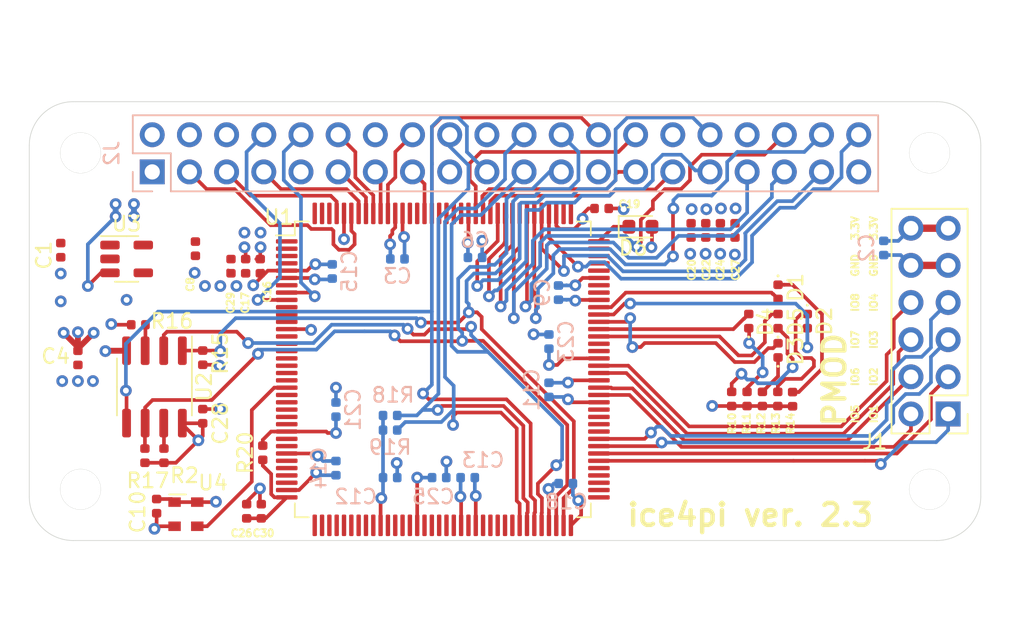
<source format=kicad_pcb>
(kicad_pcb (version 20211014) (generator pcbnew)
  (layers (0 "F.Cu" signal) (1 "In1.Cu" power) (2 "In2.Cu" power) (31 "B.Cu" signal) (34 "B.Paste" user) (35 "F.Paste" user) (36 "B.SilkS" user "B.Silkscreen") (37 "F.SilkS" user "F.Silkscreen") (38 "B.Mask" user) (39 "F.Mask" user) (44 "Edge.Cuts" user))
  (net 0 "")
  (net 1 "GND")
  (net 2 "12MHz")
  (net 3 "iCE_CDONE")
  (net 4 "iCE_CREST")
  (net 5 "iCE_MOSI")
  (net 6 "iCE_MISO")
  (net 7 "iCE_SCK")
  (net 8 "iCE_SS_B")
  (net 9 "Net-(R2-Pad2)")
  (net 10 "+3V3")
  (net 11 "+5V")
  (net 12 "+1V2")
  (net 13 "Net-(C26-Pad1)")
  (net 14 "LED4")
  (net 15 "Net-(D1-Pad1)")
  (net 16 "Net-(D2-Pad1)")
  (net 17 "LED3")
  (net 18 "Net-(D3-Pad1)")
  (net 19 "LED2")
  (net 20 "LED1")
  (net 21 "Net-(D4-Pad1)")
  (net 22 "Net-(D5-Pad1)")
  (net 23 "LED0")
  (net 24 "PIO1_02")
  (net 25 "PIO1_03")
  (net 26 "PIO1_04")
  (net 27 "PIO1_05")
  (net 28 "PIO1_06")
  (net 29 "PIO1_07")
  (net 30 "PIO1_08")
  (net 31 "PIO1_09")
  (net 32 "Net-(R16-Pad2)")
  (net 33 "PIO0_09")
  (net 34 "PIO0_08")
  (net 35 "PIO0_07")
  (net 36 "PIO0_06")
  (net 37 "PIO0_05")
  (net 38 "PIO0_04")
  (net 39 "PIO0_03")
  (net 40 "PIO0_02")
  (net 41 "Net-(D6-Pad1)")
  (net 42 "RS232_Tx_TTL")
  (net 43 "RS232_Rx_TTL")
  (net 44 "PIO0_10")
  (net 45 "PIO0_12")
  (net 46 "PIO0_11")
  (net 47 "PIO0_13")
  (net 48 "PIO0_14")
  (net 49 "PIO0_15")
  (net 50 "PIO0_16")
  (net 51 "PIO0_21")
  (net 52 "PIO0_20")
  (net 53 "PIO0_19")
  (net 54 "PIO0_18")
  (net 55 "PIO0_17")
  (net 68 "IR_SD")
  (net 69 "IR_RXD")
  (net 70 "IR_TXD")
  (footprint "ice4pi:mount_hole" (layer "F.Cu") (at 53.5 52.5)
    (fp_text reference "")
    (fp_text value "")
  )
  (footprint "Capacitor_SMD:C_0402_1005Metric" (layer "F.Cu") (at 65.779546 60.244888 -90)
    (fp_text reference "C16")
    (fp_text value "10uF")
  )
  (footprint "Capacitor_SMD:C_0402_1005Metric" (layer "F.Cu") (at 64.779546 60.244888 -90)
    (fp_text reference "C17")
    (fp_text value "1 uF")
  )
  (footprint "Capacitor_SMD:C_0402_1005Metric" (layer "F.Cu") (at 95.210392 57.797011 90)
    (fp_text reference "C20")
    (fp_text value "10uF")
  )
  (footprint "Capacitor_SMD:C_0402_1005Metric" (layer "F.Cu") (at 96.210392 57.797011 90)
    (fp_text reference "C22")
    (fp_text value "1 uF")
  )
  (footprint "Capacitor_SMD:C_0402_1005Metric" (layer "F.Cu") (at 97.210392 57.797011 90)
    (fp_text reference "C24")
    (fp_text value "0.1uF")
  )
  (footprint "Capacitor_SMD:C_0402_1005Metric" (layer "F.Cu") (at 98.210392 57.797011 90)
    (fp_text reference "C27")
    (fp_text value "0.01uF")
  )
  (footprint "Capacitor_SMD:C_0402_1005Metric" (layer "F.Cu") (at 63.779546 60.244888 -90)
    (fp_text reference "C29")
    (fp_text value "0.01uF")
  )
  (footprint "LED_SMD:LED_0402_1005Metric" (layer "F.Cu") (at 103.15 64 -90)
    (fp_text reference "D2")
    (fp_text value "LED")
  )
  (footprint "LED_SMD:LED_0402_1005Metric" (layer "F.Cu") (at 101.15 66 90)
    (fp_text reference "D3")
    (fp_text value "LED")
  )
  (footprint "LED_SMD:LED_0402_1005Metric" (layer "F.Cu") (at 101.15 64 90)
    (fp_text reference "D5")
    (fp_text value "LED")
  )
  (footprint "Resistor_SMD:R_0402_1005Metric" (layer "F.Cu") (at 59.2 73.2 90)
    (fp_text reference "R2")
    (fp_text value "10K")
  )
  (footprint "Resistor_SMD:R_0402_1005Metric" (layer "F.Cu") (at 57.45 64.25)
    (fp_text reference "R16")
    (fp_text value "10K")
  )
  (footprint "Resistor_SMD:R_0402_1005Metric" (layer "F.Cu") (at 57.9 73.2 90)
    (fp_text reference "R17")
    (fp_text value "10K")
  )
  (footprint "LED_SMD:LED_0402_1005Metric" (layer "F.Cu") (at 101.15 62 -90)
    (fp_text reference "D1")
    (fp_text value "LED")
  )
  (footprint "Capacitor_SMD:C_0402_1005Metric" (layer "F.Cu") (at 58.7 76.65 -90)
    (fp_text reference "C10")
    (fp_text value "0.01uF")
  )
  (footprint "Oscillator:Oscillator_SMD_Abracon_ASDMB-4Pin_2.5x2.0mm" (layer "F.Cu") (at 60.7 77.2 -90)
    (fp_text reference "U4")
    (fp_text value "DSC1001DI1-012.0000")
  )
  (footprint "Resistor_SMD:R_0402_1005Metric" (layer "F.Cu") (at 61.85 66.5 90)
    (fp_text reference "R15")
    (fp_text value "10K")
  )
  (footprint "Package_SO:SOIC-8_3.9x4.9mm_P1.27mm" (layer "F.Cu") (at 58.55 68.5 -90)
    (fp_text reference "U2")
    (fp_text value "W25Q32JVSSIQ")
  )
  (footprint "Capacitor_SMD:C_0402_1005Metric" (layer "F.Cu") (at 61.85 70.5 90)
    (fp_text reference "C28")
    (fp_text value "0.1uF")
  )
  (footprint "Package_TO_SOT_SMD:SOT-23-5" (layer "F.Cu") (at 56.65 59.75)
    (fp_text reference "U3")
    (fp_text value "MIC5504-1.2YM5")
  )
  (footprint "Capacitor_SMD:C_0402_1005Metric" (layer "F.Cu") (at 52.15 59.15 -90)
    (fp_text reference "C1")
    (fp_text value "10uF")
  )
  (footprint "Capacitor_SMD:C_0402_1005Metric" (layer "F.Cu") (at 61.35 59.05 -90)
    (fp_text reference "C8")
    (fp_text value "4.7uF")
  )
  (footprint "Diode_SMD:D_0603_1608Metric" (layer "F.Cu") (at 91.75 57.55)
    (fp_text reference "D6")
    (fp_text value "CDBU0520")
  )
  (footprint "Package_QFP:TQFP-144_20x20mm_P0.5mm" (layer "F.Cu") (at 78.25 67.3)
    (fp_text reference "U1")
    (fp_text value "ICE40HX1K-TQ144")
  )
  (footprint "Capacitor_SMD:C_0402_1005Metric" (layer "F.Cu") (at 65.85 77 90)
    (fp_text reference "C30")
    (fp_text value "10uF")
  )
  (footprint "Resistor_SMD:R_0402_1005Metric" (layer "F.Cu") (at 65.95 73 -90)
    (fp_text reference "R20")
    (fp_text value "100")
  )
  (footprint "Capacitor_SMD:C_0402_1005Metric" (layer "F.Cu") (at 64.85 77 90)
    (fp_text reference "C26")
    (fp_text value "0.1uF")
  )
  (footprint "Capacitor_SMD:C_0402_1005Metric" (layer "F.Cu") (at 89.1 56.3)
    (fp_text reference "C19")
    (fp_text value "0.1uF")
  )
  (footprint "Resistor_SMD:R_0402_1005Metric" (layer "F.Cu") (at 97.982852 69.321589 -90)
    (fp_text reference "R10")
    (fp_text value "1K")
  )
  (footprint "Resistor_SMD:R_0402_1005Metric" (layer "F.Cu") (at 100.082852 69.321589 -90)
    (fp_text reference "R12")
    (fp_text value "1K")
  )
  (footprint "Resistor_SMD:R_0402_1005Metric" (layer "F.Cu") (at 102.14399 69.336959 -90)
    (fp_text reference "R14")
    (fp_text value "1K")
  )
  (footprint "Resistor_SMD:R_0402_1005Metric" (layer "F.Cu") (at 101.132852 69.321589 -90)
    (fp_text reference "R13")
    (fp_text value "1K")
  )
  (footprint "LED_SMD:LED_0402_1005Metric" (layer "F.Cu") (at 99.15 64 90)
    (fp_text reference "D4")
    (fp_text value "LED")
  )
  (footprint "Resistor_SMD:R_0402_1005Metric" (layer "F.Cu") (at 99.032852 69.321589 -90)
    (fp_text reference "R11")
    (fp_text value "1K")
  )
  (footprint "Capacitor_SMD:C_0402_1005Metric" (layer "F.Cu") (at 53.323456 66.510966 -90)
    (fp_text reference "C4")
    (fp_text value "10uF")
  )
  (footprint "ice4pi:PinSocket_2x06_P2.54mm_Vertical_1to6_7to12" (layer "F.Cu") (at 112.77 70.35 180)
    (fp_text reference "J1")
    (fp_text value "Pmod 2x6")
  )
  (footprint "ice4pi:mount_hole" (layer "F.Cu") (at 111.5 75.5)
    (fp_text reference "")
    (fp_text value "")
  )
  (footprint "ice4pi:mount_hole" (layer "F.Cu") (at 53.5 75.5)
    (fp_text reference "")
    (fp_text value "")
  )
  (footprint "ice4pi:mount_hole" (layer "F.Cu") (at 111.5 52.5)
    (fp_text reference "")
    (fp_text value "")
  )
  (footprint "ice4pi:PinSocket_2x20_P2.54mm_Vertical_1_04mm" (layer "B.Cu") (at 58.4 53.8 -90)
    (fp_text reference "J2")
    (fp_text value "raspberry_pi_2_3_4_ordered")
  )
  (footprint "Capacitor_SMD:C_0402_1005Metric" (layer "B.Cu") (at 79.95 74.7)
    (fp_text reference "C13")
    (fp_text value "0.01uF")
  )
  (footprint "Capacitor_SMD:C_0402_1005Metric" (layer "B.Cu") (at 75.15 59.75)
    (fp_text reference "C3")
    (fp_text value "0.1uF")
  )
  (footprint "Capacitor_SMD:C_0402_1005Metric" (layer "B.Cu") (at 85.5 65.4 90)
    (fp_text reference "C23")
    (fp_text value "0.1uF")
  )
  (footprint "Capacitor_SMD:C_0402_1005Metric" (layer "B.Cu") (at 78 74.7)
    (fp_text reference "C25")
    (fp_text value "0.1uF")
  )
  (footprint "Capacitor_SMD:C_0402_1005Metric" (layer "B.Cu") (at 85.5 68.7 -90)
    (fp_text reference "C11")
    (fp_text value "0.01uF")
  )
  (footprint "Capacitor_SMD:C_0402_1005Metric" (layer "B.Cu") (at 86.15 62.05 90)
    (fp_text reference "C9")
    (fp_text value "0.1uF")
  )
  (footprint "Capacitor_SMD:C_0402_1005Metric" (layer "B.Cu") (at 80.45 59.65)
    (fp_text reference "C6")
    (fp_text value "0.01uF")
  )
  (footprint "Resistor_SMD:R_0402_1005Metric" (layer "B.Cu") (at 74.65 70.45)
    (fp_text reference "R18")
    (fp_text value "10K")
  )
  (footprint "Capacitor_SMD:C_0402_1005Metric" (layer "B.Cu") (at 70.95 74.05 -90)
    (fp_text reference "C14")
    (fp_text value "0.1uF")
  )
  (footprint "Resistor_SMD:R_0402_1005Metric" (layer "B.Cu") (at 74.65 71.45)
    (fp_text reference "R19")
    (fp_text value "10K")
  )
  (footprint "Capacitor_SMD:C_0402_1005Metric" (layer "B.Cu") (at 74.65 74.7)
    (fp_text reference "C12")
    (fp_text value "0.1uF")
  )
  (footprint "Capacitor_SMD:C_0402_1005Metric" (layer "B.Cu") (at 70.95 70.05 90)
    (fp_text reference "C21")
    (fp_text value "0.1uF")
  )
  (footprint "Capacitor_SMD:C_0402_1005Metric" (layer "B.Cu") (at 70.697006 60.60592 90)
    (fp_text reference "C15")
    (fp_text value "0.01uF")
  )
  (footprint "Capacitor_SMD:C_0402_1005Metric" (layer "B.Cu") (at 86.65 75.1 180)
    (fp_text reference "C18")
    (fp_text value "0.1uF")
  )
  (footprint "Capacitor_SMD:C_0402_1005Metric" (layer "B.Cu") (at 108.37 59 -90)
    (fp_text reference "C2")
    (fp_text value "0.1uF")
  )
  (gr_line (start 50 76) (end 50 52) (layer "Edge.Cuts") (width 0.05))
  (gr_circle (center 111.5 75.5) (end 111.47 76.87) (layer "Edge.Cuts") (width 0.05) (fill none))
  (gr_line (start 112 79) (end 53 79) (layer "Edge.Cuts") (width 0.05))
  (gr_arc (start 53 79) (mid 50.87868 78.12132) (end 50 76) (layer "Edge.Cuts") (width 0.05))
  (gr_line (start 53 49) (end 112 49) (layer "Edge.Cuts") (width 0.05))
  (gr_arc (start 112 49) (mid 114.12132 49.87868) (end 115 52) (layer "Edge.Cuts") (width 0.05))
  (gr_line (start 115 52) (end 115 76) (layer "Edge.Cuts") (width 0.05))
  (gr_circle (center 53.5 52.5) (end 53.47 53.87) (layer "Edge.Cuts") (width 0.05) (fill none))
  (gr_circle (center 53.5 75.5) (end 53.47 76.87) (layer "Edge.Cuts") (width 0.05) (fill none))
  (gr_arc (start 115 76) (mid 114.12132 78.12132) (end 112 79) (layer "Edge.Cuts") (width 0.05))
  (gr_circle (center 111.5 52.5) (end 111.47 53.87) (layer "Edge.Cuts") (width 0.05) (fill none))
  (gr_arc (start 50 52) (mid 50.87868 49.87868) (end 53 49) (layer "Edge.Cuts") (width 0.05))
  (gr_text "IO1\n" (at 107.69 70.35 90) (layer "F.SilkS") (effects (font (size 0.5 0.5) (thickness 0.125))))
  (gr_text "ice4pi ver. 2.3" (at 99.25 77.25) (layer "F.SilkS") (effects (font (size 1.5 1.5) (thickness 0.3))))
  (gr_text "IO5\n" (at 106.42 70.35 90) (layer "F.SilkS") (effects (font (size 0.5 0.5) (thickness 0.125))))
  (gr_text "IO7\n" (at 106.42 65.27 90) (layer "F.SilkS") (effects (font (size 0.5 0.5) (thickness 0.125))))
  (gr_text "3.3V\n" (at 106.42 57.65 90) (layer "F.SilkS") (effects (font (size 0.5 0.5) (thickness 0.125))))
  (gr_text "IO3\n" (at 107.69 65.27 90) (layer "F.SilkS") (effects (font (size 0.5 0.5) (thickness 0.125))))
  (gr_text "IO2\n" (at 107.69 67.81 90) (layer "F.SilkS") (effects (font (size 0.5 0.5) (thickness 0.125))))
  (gr_text "GND\n" (at 106.42 60.19 90) (layer "F.SilkS") (effects (font (size 0.5 0.5) (thickness 0.125))))
  (gr_text "GND\n" (at 107.69 60.19 90) (layer "F.SilkS") (effects (font (size 0.5 0.5) (thickness 0.125))))
  (gr_text "IO8\n" (at 106.42 62.73 90) (layer "F.SilkS") (effects (font (size 0.5 0.5) (thickness 0.125))))
  (gr_text "IO4\n" (at 107.69 62.73 90) (layer "F.SilkS") (effects (font (size 0.5 0.5) (thickness 0.125))))
  (gr_text "3.3V\n" (at 107.69 57.65 90) (layer "F.SilkS") (effects (font (size 0.5 0.5) (thickness 0.125))))
  (gr_text "PMOD" (at 105 68 90) (layer "F.SilkS") (effects (font (size 1.5 1.5) (thickness 0.3))))
  (gr_text "IO6\n" (at 106.42 67.81 90) (layer "F.SilkS") (effects (font (size 0.5 0.5) (thickness 0.125))))
  (segment (start 97.210392 57.312011) (end 97.237989 57.312011) (width 0.25) (layer "F.Cu") (net 1))
  (segment (start 61.85 70.015) (end 63.035 70.015) (width 0.25) (layer "F.Cu") (net 1))
  (segment (start 58.7 77.135) (end 58.7 78.05) (width 0.25) (layer "F.Cu") (net 1))
  (segment (start 64.85 76.346095) (end 65.756961 75.439134) (width 0.25) (layer "F.Cu") (net 1))
  (segment (start 101.132852 69.806589) (end 100.082852 69.806589) (width 0.25) (layer "F.Cu") (net 1))
  (segment (start 85.468356 75.47066) (end 85.468356 76.036345) (width 0.25) (layer "F.Cu") (net 1))
  (segment (start 63.779546 60.729888) (end 63.779546 60.870454) (width 0.25) (layer "F.Cu") (net 1))
  (segment (start 97.982852 69.806589) (end 96.656589 69.806589) (width 0.25) (layer "F.Cu") (net 1))
  (segment (start 89.585 56.3) (end 90.6 56.3) (width 0.25) (layer "F.Cu") (net 1))
  (segment (start 53.323456 66.995966) (end 53.323456 67.023456) (width 0.25) (layer "F.Cu") (net 1))
  (segment (start 65.756961 75.439134) (end 65.756961 76.421961) (width 0.25) (layer "F.Cu") (net 1))
  (segment (start 69.6 74.35) (end 69.200001 74.749999) (width 0.25) (layer "F.Cu") (net 1))
  (segment (start 65.779546 60.729888) (end 65.959434 60.55) (width 0.25) (layer "F.Cu") (net 1))
  (segment (start 59.925 78.025) (end 58.725 78.025) (width 0.25) (layer "F.Cu") (net 1))
  (segment (start 58.7 78.05) (end 58.55 78.2) (width 0.25) (layer "F.Cu") (net 1))
  (segment (start 97.210392 56.339608) (end 97.25 56.3) (width 0.25) (layer "F.Cu") (net 1))
  (segment (start 69.2 64.55) (end 69.25 64.6) (width 0.25) (layer "F.Cu") (net 1))
  (segment (start 87 69.55) (end 88.9125 69.55) (width 0.25) (layer "F.Cu") (net 1))
  (segment (start 61.24 59.425) (end 61.35 59.535) (width 0.25) (layer "F.Cu") (net 1))
  (segment (start 85.5 77.125) (end 85.5 77.9625) (width 0.25) (layer "F.Cu") (net 1))
  (segment (start 87.8 61.05) (end 87.3 61.55) (width 0.25) (layer "F.Cu") (net 1))
  (segment (start 100.082852 69.806589) (end 99.032852 69.806589) (width 0.25) (layer "F.Cu") (net 1))
  (segment (start 75.6 58.25) (end 75.5 58.15) (width 0.25) (layer "F.Cu") (net 1))
  (segment (start 66.3 60.55) (end 65.3 61.55) (width 0.25) (layer "F.Cu") (net 1))
  (segment (start 65.756961 76.421961) (end 65.85 76.515) (width 0.25) (layer "F.Cu") (net 1))
  (segment (start 62 61.6) (end 62 61.4) (width 0.25) (layer "F.Cu") (net 1))
  (segment (start 86.8 69.35) (end 87 69.55) (width 0.25) (layer "F.Cu") (net 1))
  (segment (start 53.323456 66.995966) (end 53.323456 67.026544) (width 0.25) (layer "F.Cu") (net 1))
  (segment (start 96.210392 56.389608) (end 96.25 56.35) (width 0.25) (layer "F.Cu") (net 1))
  (segment (start 71.5 58.4) (end 71.5 56.6375) (width 0.25) (layer "F.Cu") (net 1))
  (segment (start 96.210392 57.312011) (end 96.210392 57.310392) (width 0.25) (layer "F.Cu") (net 1))
  (segment (start 96.656589 69.806589) (end 96.65 69.8) (width 0.25) (layer "F.Cu") (net 1))
  (segment (start 58.725 78.025) (end 58.55 78.2) (width 0.25) (layer "F.Cu") (net 1))
  (segment (start 55.225 66.025) (end 55.2 66.05) (width 0.4) (layer "F.Cu") (net 1))
  (segment (start 75.5 58.15) (end 75.5 56.6375) (width 0.25) (layer "F.Cu") (net 1))
  (segment (start 68.976998 60.55) (end 69.421078 60.10592) (width 0.25) (layer "F.Cu") (net 1))
  (segment (start 96.210392 57.312011) (end 96.237989 57.312011) (width 0.25) (layer "F.Cu") (net 1))
  (segment (start 110.23 60.19) (end 112.77 60.19) (width 0.5) (layer "F.Cu") (net 1))
  (segment (start 101.148222 69.821959) (end 101.132852 69.806589) (width 0.25) (layer "F.Cu") (net 1))
  (segment (start 56.645 66.025) (end 55.225 66.025) (width 0.4) (layer "F.Cu") (net 1))
  (segment (start 88.9125 61.05) (end 87.8 61.05) (width 0.25) (layer "F.Cu") (net 1))
  (segment (start 68.425 75.55) (end 67.5875 75.55) (width 0.25) (layer "F.Cu") (net 1))
  (segment (start 64.85 76.515) (end 64.85 76.346095) (width 0.25) (layer "F.Cu") (net 1))
  (segment (start 102.14399 69.821959) (end 101.148222 69.821959) (width 0.25) (layer "F.Cu") (net 1))
  (segment (start 98.210392 57.312011) (end 98.210392 57.260392) (width 0.25) (layer "F.Cu") (net 1))
  (segment (start 95.210392 57.312011) (end 95.287989 57.312011) (width 0.25) (layer "F.Cu") (net 1))
  (segment (start 97.210392 57.312011) (end 97.210392 57.310392) (width 0.25) (layer "F.Cu") (net 1))
  (segment (start 63.035 70.015) (end 63.05 70) (width 0.25) (layer "F.Cu") (net 1))
  (segment (start 67.5875 60.55) (end 68.976998 60.55) (width 0.25) (layer "F.Cu") (net 1))
  (segment (start 63.584658 60.535) (end 63.779546 60.729888) (width 0.25) (layer "F.Cu") (net 1))
  (segment (start 99.032852 69.806589) (end 97.982852 69.806589) (width 0.25) (layer "F.Cu") (net 1))
  (segment (start 67.5875 64.55) (end 69.2 64.55) (width 0.25) (layer "F.Cu") (net 1))
  (segment (start 85.5 76.067989) (end 85.5 77.125) (width 0.25) (layer "F.Cu") (net 1))
  (segment (start 69.200001 74.749999) (end 69.200001 74.774999) (width 0.25) (layer "F.Cu") (net 1))
  (segment (start 67.5875 60.55) (end 66.3 60.55) (width 0.25) (layer "F.Cu") (net 1))
  (segment (start 80.5 75.95) (end 80.5 77.9625) (width 0.25) (layer "F.Cu") (net 1))
  (segment (start 95.210392 56.389608) (end 95.25 56.35) (width 0.25) (layer "F.Cu") (net 1))
  (segment (start 85.468356 76.036345) (end 85.5 76.067989) (width 0.25) (layer "F.Cu") (net 1))
  (segment (start 69.200001 74.774999) (end 68.425 75.55) (width 0.25) (layer "F.Cu") (net 1))
  (segment (start 98.210392 56.339608) (end 98.25 56.3) (width 0.25) (layer "F.Cu") (net 1))
  (segment (start 69.421078 60.10592) (end 69.547006 60.10592) (width 0.25) (layer "F.Cu") (net 1))
  (segment (start 61.35 60.65) (end 61.3 60.7) (width 0.25) (layer "F.Cu") (net 1))
  (via (at 69.547006 60.10592) (size 0.8) (drill 0.4) (layers "F.Cu" "B.Cu") (net 1))
  (via (at 70.95 68.55) (size 0.8) (drill 0.4) (layers "F.Cu" "B.Cu") (net 1))
  (via (at 53.323456 68.1) (size 0.8) (drill 0.4) (layers "F.Cu" "B.Cu") (net 1))
  (via (at 62 61.6) (size 0.8) (drill 0.4) (layers "F.Cu" "B.Cu") (net 1))
  (via (at 52.15 60.75) (size 0.8) (drill 0.4) (layers "F.Cu" "B.Cu") (net 1))
  (via (at 90.6 56.35) (size 0.8) (drill 0.4) (layers "F.Cu" "B.Cu") (net 1))
  (via (at 75.6 58.25) (size 0.8) (drill 0.4) (layers "F.Cu" "B.Cu") (net 1))
  (via (at 86.8 69.35) (size 0.8) (drill 0.4) (layers "F.Cu" "B.Cu") (net 1))
  (via (at 87.3 61.55) (size 0.8) (drill 0.4) (layers "F.Cu" "B.Cu") (net 1))
  (via (at 63.05 70) (size 0.8) (drill 0.4) (layers "F.Cu" "B.Cu") (net 1))
  (via (at 78.5 73.6) (size 0.8) (drill 0.4) (layers "F.Cu" "B.Cu") (net 1))
  (via (at 98.25 56.3) (size 0.8) (drill 0.4) (layers "F.Cu" "B.Cu") (net 1))
  (via (at 61.3 60.7) (size 0.8) (drill 0.4) (layers "F.Cu" "B.Cu") (net 1))
  (via (at 54.35 68.1) (size 0.8) (drill 0.4) (layers "F.Cu" "B.Cu") (net 1))
  (via (at 65.3 61.55) (size 0.8) (drill 0.4) (layers "F.Cu" "B.Cu") (net 1))
  (via (at 80.5 75.95) (size 0.8) (drill 0.4) (layers "F.Cu" "B.Cu") (net 1))
  (via (at 69.25 64.6) (size 0.8) (drill 0.4) (layers "F.Cu" "B.Cu") (net 1))
  (via (at 85.468356 75.47066) (size 0.8) (drill 0.4) (layers "F.Cu" "B.Cu") (net 1))
  (via (at 58.55 78.2) (size 0.8) (drill 0.4) (layers "F.Cu" "B.Cu") (net 1))
  (via (at 75.1 73.7) (size 0.8) (drill 0.4) (layers "F.Cu" "B.Cu") (net 1))
  (via (at 95.25 56.35) (size 0.8) (drill 0.4) (layers "F.Cu" "B.Cu") (net 1))
  (via (at 71.5 58.4) (size 0.8) (drill 0.4) (layers "F.Cu" "B.Cu") (net 1))
  (via (at 69.6 74.35) (size 0.8) (drill 0.4) (layers "F.Cu" "B.Cu") (net 1))
  (via (at 64.15 61.6) (size 0.8) (drill 0.4) (layers "F.Cu" "B.Cu") (net 1))
  (via (at 63.05 61.6) (size 0.8) (drill 0.4) (layers "F.Cu" "B.Cu") (net 1))
  (via (at 55.2 66.05) (size 0.8) (drill 0.4) (layers "F.Cu" "B.Cu") (net 1))
  (via (at 97.25 56.3) (size 0.8) (drill 0.4) (layers "F.Cu" "B.Cu") (net 1))
  (via (at 52.25 68.1) (size 0.8) (drill 0.4) (layers "F.Cu" "B.Cu") (net 1))
  (via (at 84.45 64.9) (size 0.8) (drill 0.4) (layers "F.Cu" "B.Cu") (net 1))
  (via (at 65.756961 75.439134) (size 0.8) (drill 0.4) (layers "F.Cu" "B.Cu") (net 1))
  (via (at 80.95 58.5) (size 0.8) (drill 0.4) (layers "F.Cu" "B.Cu") (net 1))
  (via (at 56.65 62.55) (size 0.8) (drill 0.4) (layers "F.Cu" "B.Cu") (net 1))
  (via (at 96.25 56.35) (size 0.8) (drill 0.4) (layers "F.Cu" "B.Cu") (net 1))
  (via (at 52.15 62.65) (size 0.8) (drill 0.4) (layers "F.Cu" "B.Cu") (net 1))
  (via (at 96.65 69.8) (size 0.8) (drill 0.4) (layers "F.Cu" "B.Cu") (net 1))
  (segment (start 70.95 69.565) (end 70.95 68.55) (width 0.25) (layer "B.Cu") (net 1))
  (segment (start 69.562006 60.12092) (end 69.547006 60.10592) (width 0.25) (layer "B.Cu") (net 1))
  (segment (start 70.697006 60.12092) (end 69.562006 60.12092) (width 0.25) (layer "B.Cu") (net 1))
  (segment (start 108.37 59.485) (end 109.525 59.485) (width 0.25) (layer "B.Cu") (net 1))
  (segment (start 109.525 59.485) (end 110.23 60.19) (width 0.25) (layer "B.Cu") (net 1))
  (segment (start 86.635 69.185) (end 86.8 69.35) (width 0.25) (layer "B.Cu") (net 1))
  (segment (start 85.5 69.185) (end 86.635 69.185) (width 0.25) (layer "B.Cu") (net 1))
  (segment (start 85.5 64.915) (end 84.465 64.915) (width 0.25) (layer "B.Cu") (net 1))
  (segment (start 80.935 58.515) (end 80.95 58.5) (width 0.25) (layer "B.Cu") (net 1))
  (segment (start 80.435 75.885) (end 80.5 75.95) (width 0.25) (layer "B.Cu") (net 1))
  (segment (start 75.135 74.7) (end 75.135 73.735) (width 0.25) (layer "B.Cu") (net 1))
  (segment (start 86.165 75.1) (end 85.839016 75.1) (width 0.25) (layer "B.Cu") (net 1))
  (segment (start 84.465 64.915) (end 84.45 64.9) (width 0.25) (layer "B.Cu") (net 1))
  (segment (start 80.935 59.65) (end 80.935 58.515) (width 0.25) (layer "B.Cu") (net 1))
  (segment (start 86.15 61.565) (end 87.285 61.565) (width 0.25) (layer "B.Cu") (net 1))
  (segment (start 75.635 59.75) (end 75.635 58.285) (width 0.25) (layer "B.Cu") (net 1))
  (segment (start 69.785 74.535) (end 69.6 74.35) (width 0.25) (layer "B.Cu") (net 1))
  (segment (start 70.95 74.535) (end 69.785 74.535) (width 0.25) (layer "B.Cu") (net 1))
  (segment (start 80.435 74.7) (end 80.435 75.885) (width 0.25) (layer "B.Cu") (net 1))
  (segment (start 78.485 73.615) (end 78.5 73.6) (width 0.25) (layer "B.Cu") (net 1))
  (segment (start 85.839016 75.1) (end 85.468356 75.47066) (width 0.25) (layer "B.Cu") (net 1))
  (segment (start 75.135 73.735) (end 75.1 73.7) (width 0.25) (layer "B.Cu") (net 1))
  (segment (start 78.485 74.7) (end 78.485 73.615) (width 0.25) (layer "B.Cu") (net 1))
  (segment (start 86.685 61.565) (end 86.7 61.55) (width 0.25) (layer "B.Cu") (net 1))
  (segment (start 75.635 58.285) (end 75.6 58.25) (width 0.25) (layer "B.Cu") (net 1))
  (segment (start 65.2 74.975) (end 65.2 70.084318) (width 0.25) (layer "F.Cu") (net 2))
  (segment (start 66.734318 68.55) (end 66.75 68.55) (width 0.25) (layer "F.Cu") (net 2))
  (segment (start 66.75 68.55) (end 67.5875 68.55) (width 0.25) (layer "F.Cu") (net 2))
  (segment (start 62.15 78.025) (end 65.2 74.975) (width 0.25) (layer "F.Cu") (net 2))
  (segment (start 65.2 70.084318) (end 66.734318 68.55) (width 0.25) (layer "F.Cu") (net 2))
  (segment (start 61.475 78.025) (end 62.15 78.025) (width 0.25) (layer "F.Cu") (net 2))
  (segment (start 82.213609 70.250019) (end 79.2 70.250019) (width 0.25) (layer "F.Cu") (net 3))
  (segment (start 78.95 70.500019) (end 78.95 71.1) (width 0.25) (layer "F.Cu") (net 3))
  (segment (start 83.3 76.284536) (end 83.3 71.33641) (width 0.25) (layer "F.Cu") (net 3))
  (segment (start 83.8 51.26) (end 83.79 51.26) (width 0.25) (layer "F.Cu") (net 3))
  (segment (start 83.5 77.9625) (end 83.5 76.484536) (width 0.25) (layer "F.Cu") (net 3))
  (segment (start 83.3 71.33641) (end 82.213609 70.250019) (width 0.25) (layer "F.Cu") (net 3))
  (segment (start 83.5 76.484536) (end 83.3 76.284536) (width 0.25) (layer "F.Cu") (net 3))
  (segment (start 79.2 70.250019) (end 78.95 70.500019) (width 0.25) (layer "F.Cu") (net 3))
  (via (at 78.95 71.1) (size 0.8) (drill 0.4) (layers "F.Cu" "B.Cu") (net 3))
  (segment (start 78.993214 70.054787) (end 78.993214 71.056786) (width 0.25) (layer "B.Cu") (net 3))
  (segment (start 75.135 71.45) (end 75.68499 70.90001) (width 0.25) (layer "B.Cu") (net 3))
  (segment (start 78.40002 57.19998) (end 79.3 56.3) (width 0.25) (layer "B.Cu") (net 3))
  (segment (start 78.993214 71.056786) (end 78.95 71.1) (width 0.25) (layer "B.Cu") (net 3))
  (segment (start 78.40002 67.8272) (end 78.40002 57.19998) (width 0.25) (layer "B.Cu") (net 3))
  (segment (start 78.993214 68.420394) (end 78.40002 67.8272) (width 0.25) (layer "B.Cu") (net 3))
  (segment (start 82.5 52.56) (end 83.8 51.26) (width 0.25) (layer "B.Cu") (net 3))
  (segment (start 78.993214 70.054787) (end 78.993214 68.420394) (width 0.25) (layer "B.Cu") (net 3))
  (segment (start 79.3 56.3) (end 80.499002 56.3) (width 0.25) (layer "B.Cu") (net 3))
  (segment (start 80.499002 56.3) (end 82.5 54.299002) (width 0.25) (layer "B.Cu") (net 3))
  (segment (start 82.5 54.299002) (end 82.5 52.56) (width 0.25) (layer "B.Cu") (net 3))
  (segment (start 78.147991 70.90001) (end 78.993214 70.054787) (width 0.25) (layer "B.Cu") (net 3))
  (segment (start 75.68499 70.90001) (end 78.147991 70.90001) (width 0.25) (layer "B.Cu") (net 3))
  (segment (start 84.04999 77.07501) (end 84.04999 76.398116) (width 0.25) (layer "F.Cu") (net 4))
  (segment (start 78.72 51.26) (end 78.69 51.26) (width 0.25) (layer "F.Cu") (net 4))
  (segment (start 82.400009 69.800009) (end 78.17499 69.800009) (width 0.25) (layer "F.Cu") (net 4))
  (segment (start 83.75 71.15) (end 82.400009 69.800009) (width 0.25) (layer "F.Cu") (net 4))
  (segment (start 84 77.9625) (end 84 77.125) (width 0.25) (layer "F.Cu") (net 4))
  (segment (start 83.75 71.15) (end 83.75 76.098126) (width 0.25) (layer "F.Cu") (net 4))
  (segment (start 83.75 76.098126) (end 84.04999 76.398116) (width 0.25) (layer "F.Cu") (net 4))
  (segment (start 84 77.125) (end 84.04999 77.07501) (width 0.25) (layer "F.Cu") (net 4))
  (segment (start 78.17499 69.800009) (end 77.9 70.074999) (width 0.25) (layer "F.Cu") (net 4))
  (via (at 77.9 70.074999) (size 0.8) (drill 0.4) (layers "F.Cu" "B.Cu") (net 4))
  (segment (start 77.9 70.074999) (end 76.951997 70.074999) (width 0.25) (layer "B.Cu") (net 4))
  (segment (start 76.951997 70.074999) (end 76.9 70.023002) (width 0.25) (layer "B.Cu") (net 4))
  (segment (start 77.95001 56.99999) (end 77.95001 68.972992) (width 0.25) (layer "B.Cu") (net 4))
  (segment (start 80 54.95) (end 77.95001 56.99999) (width 0.25) (layer "B.Cu") (net 4))
  (segment (start 78.72 52.060998) (end 80 53.340998) (width 0.25) (layer "B.Cu") (net 4))
  (segment (start 76.473002 70.45) (end 76.9 70.023002) (width 0.25) (layer "B.Cu") (net 4))
  (segment (start 77.95001 68.972992) (end 76.9 70.023002) (width 0.25) (layer "B.Cu") (net 4))
  (segment (start 80 53.340998) (end 80 54.95) (width 0.25) (layer "B.Cu") (net 4))
  (segment (start 78.72 51.26) (end 78.72 52.060998) (width 0.25) (layer "B.Cu") (net 4))
  (segment (start 75.135 70.45) (end 76.473002 70.45) (width 0.25) (layer "B.Cu") (net 4))
  (segment (start 81.26 53.8) (end 81.15 53.8) (width 0.25) (layer "F.Cu") (net 5))
  (segment (start 77.299999 69.349999) (end 76.9 68.95) (width 0.25) (layer "F.Cu") (net 5))
  (segment (start 84.54999 77.07501) (end 84.54999 76.261706) (width 0.25) (layer "F.Cu") (net 5))
  (segment (start 84.25 75.961716) (end 84.25 71) (width 0.25) (layer "F.Cu") (net 5))
  (segment (start 84.5 77.125) (end 84.54999 77.07501) (width 0.25) (layer "F.Cu") (net 5))
  (segment (start 82.599999 69.349999) (end 77.299999 69.349999) (width 0.25) (layer "F.Cu") (net 5))
  (segment (start 84.5 77.9625) (end 84.5 77.125) (width 0.25) (layer "F.Cu") (net 5))
  (segment (start 84.25 71) (end 82.599999 69.349999) (width 0.25) (layer "F.Cu") (net 5))
  (segment (start 56.645 70.975) (end 56.645 68.795) (width 0.25) (layer "F.Cu") (net 5))
  (segment (start 84.54999 76.261706) (end 84.25 75.961716) (width 0.25) (layer "F.Cu") (net 5))
  (segment (start 56.645 68.795) (end 56.6 68.75) (width 0.25) (layer "F.Cu") (net 5))
  (via (at 76.9 68.95) (size 0.8) (drill 0.4) (layers "F.Cu" "B.Cu") (net 5))
  (via (at 56.6 68.75) (size 0.8) (drill 0.4) (layers "F.Cu" "B.Cu") (net 5))
  (segment (start 77.5 68.35) (end 76.9 68.95) (width 0.25) (layer "B.Cu") (net 5))
  (segment (start 78.115001 50.084999) (end 77.5 50.7) (width 0.25) (layer "B.Cu") (net 5))
  (segment (start 77.5 53.15) (end 77.5 53.3) (width 0.25) (layer "B.Cu") (net 5))
  (segment (start 81.26 53.8) (end 79.895001 52.435001) (width 0.25) (layer "B.Cu") (net 5))
  (segment (start 77.5 53.3) (end 77.5 63.35) (width 0.25) (layer "B.Cu") (net 5))
  (segment (start 79.894003 50.695001) (end 79.284001 50.084999) (width 0.25) (layer "B.Cu") (net 5))
  (segment (start 79.284001 50.084999) (end 78.115001 50.084999) (width 0.25) (layer "B.Cu") (net 5))
  (segment (start 77.5 68.2) (end 77.5 68.35) (width 0.25) (layer "B.Cu") (net 5))
  (segment (start 77.5 50.7) (end 77.5 53.3) (width 0.25) (layer "B.Cu") (net 5))
  (segment (start 79.895001 52.435001) (end 79.895001 50.695001) (width 0.25) (layer "B.Cu") (net 5))
  (segment (start 56.6 65.55) (end 58.8 63.35) (width 0.25) (layer "B.Cu") (net 5))
  (segment (start 58.8 63.35) (end 77.5 63.35) (width 0.25) (layer "B.Cu") (net 5))
  (segment (start 79.895001 50.695001) (end 79.894003 50.695001) (width 0.25) (layer "B.Cu") (net 5))
  (segment (start 77.5 63.35) (end 77.5 68.2) (width 0.25) (layer "B.Cu") (net 5))
  (segment (start 56.6 68.75) (end 56.6 65.55) (width 0.25) (layer "B.Cu") (net 5))
  (segment (start 76.243814 64.925009) (end 76.997993 64.925009) (width 0.25) (layer "F.Cu") (net 6))
  (segment (start 59.185 66.025) (end 59.185 64.95) (width 0.25) (layer "F.Cu") (net 6))
  (segment (start 75.843815 64.52501) (end 76.243814 64.925009) (width 0.25) (layer "F.Cu") (net 6))
  (segment (start 85 77.125) (end 85.018346 77.106654) (width 0.25) (layer "F.Cu") (net 6))
  (segment (start 59.41001 64.72499) (end 64.17499 64.72499) (width 0.25) (layer "F.Cu") (net 6))
  (segment (start 84.743355 75.106645) (end 85.600001 74.249999) (width 0.25) (layer "F.Cu") (net 6))
  (segment (start 59.185 64.95) (end 59.41001 64.72499) (width 0.25) (layer "F.Cu") (net 6))
  (segment (start 85 77.9625) (end 85 77.125) (width 0.25) (layer "F.Cu") (net 6))
  (segment (start 85.018346 76.093652) (end 84.743355 75.818661) (width 0.25) (layer "F.Cu") (net 6))
  (segment (start 84.743355 75.818661) (end 84.743355 75.106645) (width 0.25) (layer "F.Cu") (net 6))
  (segment (start 80.019491 64.55001) (end 80.181876 64.387625) (width 0.25) (layer "F.Cu") (net 6))
  (segment (start 85.600001 74.249999) (end 86 73.85) (width 0.25) (layer "F.Cu") (net 6))
  (segment (start 64.17499 64.72499) (end 64.95 65.5) (width 0.25) (layer "F.Cu") (net 6))
  (segment (start 85.018346 77.106654) (end 85.018346 76.093652) (width 0.25) (layer "F.Cu") (net 6))
  (segment (start 76.997993 64.925009) (end 77.372992 64.55001) (width 0.25) (layer "F.Cu") (net 6))
  (segment (start 77.372992 64.55001) (end 80.019491 64.55001) (width 0.25) (layer "F.Cu") (net 6))
  (via (at 86 73.85) (size 0.8) (drill 0.4) (layers "F.Cu" "B.Cu") (net 6))
  (via (at 64.95 65.5) (size 0.8) (drill 0.4) (layers "F.Cu" "B.Cu") (net 6))
  (via (at 80.181876 64.387625) (size 0.8) (drill 0.4) (layers "F.Cu" "B.Cu") (net 6))
  (via (at 75.843815 64.52501) (size 0.8) (drill 0.4) (layers "F.Cu" "B.Cu") (net 6))
  (segment (start 69.423002 65.5) (end 69.423002 65.476998) (width 0.25) (layer "B.Cu") (net 6))
  (segment (start 81.271434 66.1) (end 81.3 66.071434) (width 0.25) (layer "B.Cu") (net 6))
  (segment (start 83.8 53.8) (end 80.84999 56.75001) (width 0.25) (layer "B.Cu") (net 6))
  (segment (start 81.3 66.071434) (end 80.181876 64.95331) (width 0.25) (layer "B.Cu") (net 6))
  (segment (start 86.399999 73.450001) (end 86.399999 71.171433) (width 0.25) (layer "B.Cu") (net 6))
  (segment (start 75.568825 64.25002) (end 75.843815 64.52501) (width 0.25) (layer "B.Cu") (net 6))
  (segment (start 69.423002 65.476998) (end 70.64998 64.25002) (width 0.25) (layer "B.Cu") (net 6))
  (segment (start 70.64998 64.25002) (end 75.568825 64.25002) (width 0.25) (layer "B.Cu") (net 6))
  (segment (start 78.850029 65.698001) (end 79.252028 66.1) (width 0.25) (layer "B.Cu") (net 6))
  (segment (start 86.399999 71.171433) (end 81.3 66.071434) (width 0.25) (layer "B.Cu") (net 6))
  (segment (start 79.4864 56.75001) (end 78.85003 57.38638) (width 0.25) (layer "B.Cu") (net 6))
  (segment (start 64.95 65.5) (end 69.423002 65.5) (width 0.25) (layer "B.Cu") (net 6))
  (segment (start 80.84999 56.75001) (end 79.4864 56.75001) (width 0.25) (layer "B.Cu") (net 6))
  (segment (start 79.252028 66.1) (end 81.271434 66.1) (width 0.25) (layer "B.Cu") (net 6))
  (segment (start 80.181876 64.95331) (end 80.181876 64.387625) (width 0.25) (layer "B.Cu") (net 6))
  (segment (start 78.85003 57.38638) (end 78.850029 65.698001) (width 0.25) (layer "B.Cu") (net 6))
  (segment (start 86 73.85) (end 86.399999 73.450001) (width 0.25) (layer "B.Cu") (net 6))
  (segment (start 74.951878 64.977173) (end 75.351877 65.377172) (width 0.25) (layer "F.Cu") (net 7))
  (segment (start 57.915 70.975) (end 57.915 69.9) (width 0.25) (layer "F.Cu") (net 7))
  (segment (start 57.9 70.99) (end 57.915 70.975) (width 0.25) (layer "F.Cu") (net 7))
  (segment (start 86.34 53.8) (end 86.3 53.8) (width 0.25) (layer "F.Cu") (net 7))
  (segment (start 86 75.96359) (end 86.75 75.21359) (width 0.25) (layer "F.Cu") (net 7))
  (segment (start 75.351877 65.377172) (end 79.547858 65.377172) (width 0.25) (layer "F.Cu") (net 7))
  (segment (start 79.547858 65.377172) (end 79.57503 65.35) (width 0.25) (layer "F.Cu") (net 7))
  (segment (start 58.42001 69.39499) (end 62.467891 69.39499) (width 0.25) (layer "F.Cu") (net 7))
  (segment (start 81 65.35) (end 79.57503 65.35) (width 0.25) (layer "F.Cu") (net 7))
  (segment (start 86 77.9625) (end 86 75.96359) (width 0.25) (layer "F.Cu") (net 7))
  (segment (start 86.75 75.21359) (end 86.75 71.1) (width 0.25) (layer "F.Cu") (net 7))
  (segment (start 57.915 69.9) (end 58.42001 69.39499) (width 0.25) (layer "F.Cu") (net 7))
  (segment (start 86.75 71.1) (end 81 65.35) (width 0.25) (layer "F.Cu") (net 7))
  (segment (start 62.467891 69.39499) (end 65.625726 66.237155) (width 0.25) (layer "F.Cu") (net 7))
  (segment (start 57.9 72.715) (end 57.9 70.99) (width 0.25) (layer "F.Cu") (net 7))
  (segment (start 86.34 53.8) (end 86.34 54.06) (width 0.25) (layer "F.Cu") (net 7))
  (via (at 79.57503 65.35) (size 0.8) (drill 0.4) (layers "F.Cu" "B.Cu") (net 7))
  (via (at 65.625726 66.237155) (size 0.8) (drill 0.4) (layers "F.Cu" "B.Cu") (net 7))
  (via (at 74.951878 64.977173) (size 0.8) (drill 0.4) (layers "F.Cu" "B.Cu") (net 7))
  (segment (start 79.300039 61.099961) (end 79.6 60.8) (width 0.25) (layer "B.Cu") (net 7))
  (segment (start 85.539002 53.8) (end 84.339002 55) (width 0.25) (layer "B.Cu") (net 7))
  (segment (start 82.6 56.739002) (end 82.6 56.9) (width 0.25) (layer "B.Cu") (net 7))
  (segment (start 65.625726 66.237155) (end 65.625726 65.974274) (width 0.25) (layer "B.Cu") (net 7))
  (segment (start 81.423232 60.15) (end 81.278222 60.29501) (width 0.25) (layer "B.Cu") (net 7))
  (segment (start 65.625726 65.974274) (end 65.64999 65.95001) (width 0.25) (layer "B.Cu") (net 7))
  (segment (start 79.300039 64.509324) (end 79.300039 61.099961) (width 0.25) (layer "B.Cu") (net 7))
  (segment (start 70.859382 64.70003) (end 72.9 64.70003) (width 0.25) (layer "B.Cu") (net 7))
  (segment (start 86.34 53.8) (end 85.539002 53.8) (width 0.25) (layer "B.Cu") (net 7))
  (segment (start 72.9 64.70003) (end 74.674735 64.70003) (width 0.25) (layer "B.Cu") (net 7))
  (segment (start 82.6 55.63641) (end 82.6 56.9) (width 0.25) (layer "B.Cu") (net 7))
  (segment (start 65.64999 65.95001) (end 69.609402 65.95001) (width 0.25) (layer "B.Cu") (net 7))
  (segment (start 81.8 60.15) (end 81.423232 60.15) (width 0.25) (layer "B.Cu") (net 7))
  (segment (start 84.339002 55) (end 83.23641 55) (width 0.25) (layer "B.Cu") (net 7))
  (segment (start 74.674735 64.70003) (end 74.951878 64.977173) (width 0.25) (layer "B.Cu") (net 7))
  (segment (start 79.57503 64.784315) (end 79.300039 64.509324) (width 0.25) (layer "B.Cu") (net 7))
  (segment (start 69.609402 65.95001) (end 70.859382 64.70003) (width 0.25) (layer "B.Cu") (net 7))
  (segment (start 80.10499 60.29501) (end 79.6 60.8) (width 0.25) (layer "B.Cu") (net 7))
  (segment (start 79.57503 65.35) (end 79.57503 64.784315) (width 0.25) (layer "B.Cu") (net 7))
  (segment (start 80.49501 60.29501) (end 80.10499 60.29501) (width 0.25) (layer "B.Cu") (net 7))
  (segment (start 81.278222 60.29501) (end 80.49501 60.29501) (width 0.25) (layer "B.Cu") (net 7))
  (segment (start 82.6 56.9) (end 82.6 59.35) (width 0.25) (layer "B.Cu") (net 7))
  (segment (start 82.6 59.35) (end 81.8 60.15) (width 0.25) (layer "B.Cu") (net 7))
  (segment (start 83.23641 55) (end 82.6 55.63641) (width 0.25) (layer "B.Cu") (net 7))
  (segment (start 63.015 66.015) (end 63.05 66.05) (width 0.25) (layer "F.Cu") (net 8))
  (segment (start 80.025039 63.4) (end 79.325039 64.1) (width 0.25) (layer "F.Cu") (net 8))
  (segment (start 86.5 77.9625) (end 86.5 76.1) (width 0.25) (layer "F.Cu") (net 8))
  (segment (start 87.200009 70.850009) (end 80.906877 64.556877) (width 0.25) (layer "F.Cu") (net 8))
  (segment (start 60.465 66.015) (end 60.455 66.025) (width 0.25) (layer "F.Cu") (net 8))
  (segment (start 61.85 66.015) (end 63.015 66.015) (width 0.25) (layer "F.Cu") (net 8))
  (segment (start 86.5 76.1) (end 87.200009 75.399991) (width 0.25) (layer "F.Cu") (net 8))
  (segment (start 80.906877 63.716153) (end 80.590724 63.4) (width 0.25) (layer "F.Cu") (net 8))
  (segment (start 79.325039 64.1) (end 76.75 64.1) (width 0.25) (layer "F.Cu") (net 8))
  (segment (start 80.906877 64.556877) (end 80.906877 63.716153) (width 0.25) (layer "F.Cu") (net 8))
  (segment (start 87.200009 75.399991) (end 87.200009 70.850009) (width 0.25) (layer "F.Cu") (net 8))
  (segment (start 80.590724 63.4) (end 80.025039 63.4) (width 0.25) (layer "F.Cu") (net 8))
  (segment (start 61.85 66.015) (end 60.465 66.015) (width 0.25) (layer "F.Cu") (net 8))
  (via (at 63.05 66.05) (size 0.8) (drill 0.4) (layers "F.Cu" "B.Cu") (net 8))
  (via (at 76.75 64.1) (size 0.8) (drill 0.4) (layers "F.Cu" "B.Cu") (net 8))
  (via (at 80.025039 63.4) (size 0.8) (drill 0.4) (layers "F.Cu" "B.Cu") (net 8))
  (segment (start 79.874999 61.251999) (end 79.874999 62.684275) (width 0.25) (layer "B.Cu") (net 8))
  (segment (start 64.09999 63.80001) (end 76.45001 63.80001) (width 0.25) (layer "B.Cu") (net 8))
  (segment (start 84.525402 55.45001) (end 83.42281 55.45001) (width 0.25) (layer "B.Cu") (net 8))
  (segment (start 76.45001 63.80001) (end 76.75 64.1) (width 0.25) (layer "B.Cu") (net 8))
  (segment (start 87.515001 52.435001) (end 87.515001 54.364001) (width 0.25) (layer "B.Cu") (net 8))
  (segment (start 79.874999 62.684275) (end 80.025039 62.834315) (width 0.25) (layer "B.Cu") (net 8))
  (segment (start 87.515001 54.364001) (end 86.904001 54.975001) (width 0.25) (layer "B.Cu") (net 8))
  (segment (start 86.904001 54.975001) (end 85.000411 54.975001) (width 0.25) (layer "B.Cu") (net 8))
  (segment (start 83.050009 59.536401) (end 81.84139 60.74502) (width 0.25) (layer "B.Cu") (net 8))
  (segment (start 83.05001 55.82281) (end 83.050009 59.536401) (width 0.25) (layer "B.Cu") (net 8))
  (segment (start 85.000411 54.975001) (end 84.525402 55.45001) (width 0.25) (layer "B.Cu") (net 8))
  (segment (start 81.84139 60.74502) (end 80.381978 60.74502) (width 0.25) (layer "B.Cu") (net 8))
  (segment (start 63.05 66.05) (end 63.05 64.85) (width 0.25) (layer "B.Cu") (net 8))
  (segment (start 80.025039 62.834315) (end 80.025039 63.4) (width 0.25) (layer "B.Cu") (net 8))
  (segment (start 86.34 51.26) (end 87.515001 52.435001) (width 0.25) (layer "B.Cu") (net 8))
  (segment (start 63.05 64.85) (end 64.09999 63.80001) (width 0.25) (layer "B.Cu") (net 8))
  (segment (start 80.381978 60.74502) (end 79.874999 61.251999) (width 0.25) (layer "B.Cu") (net 8))
  (segment (start 83.42281 55.45001) (end 83.05001 55.82281) (width 0.25) (layer "B.Cu") (net 8))
  (segment (start 59.2 70.99) (end 59.185 70.975) (width 0.25) (layer "F.Cu") (net 9))
  (segment (start 59.2 72.715) (end 59.2 70.99) (width 0.25) (layer "F.Cu") (net 9))
  (segment (start 59.25 70.91) (end 59.185 70.975) (width 0.25) (layer "F.Cu") (net 9))
  (segment (start 74.65 58.184315) (end 74.8 58.034315) (width 0.25) (layer "F.Cu") (net 10))
  (segment (start 87 77.9625) (end 87.7 77.2625) (width 0.25) (layer "F.Cu") (net 10))
  (segment (start 87.35 62.55) (end 88.9125 62.55) (width 0.25) (layer "F.Cu") (net 10))
  (segment (start 61.85 70.985) (end 60.465 70.985) (width 0.25) (layer "F.Cu") (net 10))
  (segment (start 96.210392 59.389608) (end 96.2 59.4) (width 0.25) (layer "F.Cu") (net 10))
  (segment (start 61.85 71.85) (end 61.55 72.15) (width 0.25) (layer "F.Cu") (net 10))
  (segment (start 95.210392 59.339608) (end 95.15 59.4) (width 0.25) (layer "F.Cu") (net 10))
  (segment (start 58.7 76.165) (end 59.715 76.165) (width 0.25) (layer "F.Cu") (net 10))
  (segment (start 74.65 58.75) (end 74.65 58.184315) (width 0.25) (layer "F.Cu") (net 10))
  (segment (start 53.323456 66.025966) (end 53.323456 65.876544) (width 0.25) (layer "F.Cu") (net 10))
  (segment (start 57.9 73.685) (end 59.2 73.685) (width 0.25) (layer "F.Cu") (net 10))
  (segment (start 79.5 76.05) (end 79.5 77.9625) (width 0.25) (layer "F.Cu") (net 10))
  (segment (start 62.725 76.375) (end 62.75 76.35) (width 0.25) (layer "F.Cu") (net 10))
  (segment (start 53.323456 66.025966) (end 53.323456 65.773456) (width 0.25) (layer "F.Cu") (net 10))
  (segment (start 62.935 66.985) (end 63 67.05) (width 0.25) (layer "F.Cu") (net 10))
  (segment (start 86.95 68.05) (end 88.9125 68.05) (width 0.25) (layer "F.Cu") (net 10))
  (segment (start 59.75 76.2) (end 59.925 76.375) (width 0.25) (layer "F.Cu") (net 10))
  (segment (start 67.5875 61.05) (end 69.4 61.05) (width 0.25) (layer "F.Cu") (net 10))
  (segment (start 87.5 76.25) (end 87.5 76.4) (width 0.25) (layer "F.Cu") (net 10))
  (segment (start 69.4 61.05) (end 69.5 61.15) (width 0.25) (layer "F.Cu") (net 10))
  (segment (start 59.715 76.165) (end 59.925 76.375) (width 0.25) (layer "F.Cu") (net 10))
  (segment (start 86.8 68.2) (end 86.95 68.05) (width 0.25) (layer "F.Cu") (net 10))
  (segment (start 92.5375 57.55) (end 92.5375 58.9125) (width 0.25) (layer "F.Cu") (net 10))
  (segment (start 74.8 58.034315) (end 74.8 57.8) (width 0.25) (layer "F.Cu") (net 10))
  (segment (start 95.210392 58.282011) (end 95.210392 58.410392) (width 0.25) (layer "F.Cu") (net 10))
  (segment (start 60.455 70.975) (end 60.455 71.055) (width 0.25) (layer "F.Cu") (net 10))
  (segment (start 97.210392 58.282011) (end 97.210392 58.389608) (width 0.25) (layer "F.Cu") (net 10))
  (segment (start 97.210392 59.389608) (end 97.2 59.4) (width 0.25) (layer "F.Cu") (net 10))
  (segment (start 53.323456 65.876544) (end 54.4 64.8) (width 0.4) (layer "F.Cu") (net 10))
  (segment (start 87.5 76.4) (end 87.7 76.6) (width 0.25) (layer "F.Cu") (net 10))
  (segment (start 61.475 76.375) (end 62.725 76.375) (width 0.25) (layer "F.Cu") (net 10))
  (segment (start 55.65 64.25) (end 55.6 64.2) (width 0.25) (layer "F.Cu") (net 10))
  (segment (start 80 58.6) (end 80 56.6375) (width 0.25) (layer "F.Cu") (net 10))
  (segment (start 75 57.6) (end 75 56.6375) (width 0.25) (layer "F.Cu") (net 10))
  (segment (start 74.8 57.8) (end 75 57.6) (width 0.25) (layer "F.Cu") (net 10))
  (segment (start 69.7 73.2) (end 69.55 73.05) (width 0.25) (layer "F.Cu") (net 10))
  (segment (start 59.2 73.685) (end 60.015 73.685) (width 0.25) (layer "F.Cu") (net 10))
  (segment (start 96.210392 58.282011) (end 96.210392 58.339608) (width 0.25) (layer "F.Cu") (net 10))
  (segment (start 87.7 77.2625) (end 87.7 76.6) (width 0.25) (layer "F.Cu") (net 10))
  (segment (start 61.85 66.985) (end 62.935 66.985) (width 0.25) (layer "F.Cu") (net 10))
  (segment (start 96.210392 58.282011) (end 96.210392 58.410392) (width 0.25) (layer "F.Cu") (net 10))
  (segment (start 87.3 62.6) (end 87.35 62.55) (width 0.25) (layer "F.Cu") (net 10))
  (segment (start 92.5375 58.9125) (end 92.5 58.95) (width 0.25) (layer "F.Cu") (net 10))
  (segment (start 98.210392 59.439608) (end 98.2 59.45) (width 0.25) (layer "F.Cu") (net 10))
  (segment (start 60.465 70.985) (end 60.455 70.975) (width 0.25) (layer "F.Cu") (net 10))
  (segment (start 61.85 70.985) (end 61.85 71.85) (width 0.25) (layer "F.Cu") (net 10))
  (segment (start 87.15 77.8125) (end 87 77.9625) (width 0.25) (layer "F.Cu") (net 10))
  (segment (start 60.015 73.685) (end 61.55 72.15) (width 0.25) (layer "F.Cu") (net 10))
  (segment (start 60.455 71.055) (end 61.55 72.15) (width 0.25) (layer "F.Cu") (net 10))
  (segment (start 53.323456 65.773456) (end 52.35 64.8) (width 0.4) (layer "F.Cu") (net 10))
  (segment (start 98.210392 58.282011) (end 98.210392 58.389608) (width 0.25) (layer "F.Cu") (net 10))
  (segment (start 79.95 58.65) (end 80 58.6) (width 0.25) (layer "F.Cu") (net 10))
  (segment (start 59.925 76.375) (end 61.475 76.375) (width 0.25) (layer "F.Cu") (net 10))
  (segment (start 53.323456 66.025966) (end 53.323456 64.760966) (width 0.4) (layer "F.Cu") (net 10))
  (segment (start 69.55 73.05) (end 67.5875 73.05) (width 0.25) (layer "F.Cu") (net 10))
  (segment (start 79.45 76) (end 79.5 76.05) (width 0.25) (layer "F.Cu") (net 10))
  (segment (start 74.05 76.1) (end 74 76.15) (width 0.25) (layer "F.Cu") (net 10))
  (segment (start 110.23 57.65) (end 112.77 57.65) (width 0.5) (layer "F.Cu") (net 10))
  (segment (start 74 76.15) (end 74 77.9625) (width 0.25) (layer "F.Cu") (net 10))
  (segment (start 97.210392 58.282011) (end 97.210392 58.460392) (width 0.25) (layer "F.Cu") (net 10))
  (segment (start 56.965 64.25) (end 55.65 64.25) (width 0.25) (layer "F.Cu") (net 10))
  (via (at 53.323456 64.760966) (size 0.8) (drill 0.4) (layers "F.Cu" "B.Cu") (net 10))
  (via (at 54.4 64.8) (size 0.8) (drill 0.4) (layers "F.Cu" "B.Cu") (net 10))
  (via (at 96.2 59.4) (size 0.8) (drill 0.4) (layers "F.Cu" "B.Cu") (net 10))
  (via (at 92.5 58.95) (size 0.8) (drill 0.4) (layers "F.Cu" "B.Cu") (net 10))
  (via (at 69.5 61.15) (size 0.8) (drill 0.4) (layers "F.Cu" "B.Cu") (net 10))
  (via (at 62.75 76.35) (size 0.8) (drill 0.4) (layers "F.Cu" "B.Cu") (net 10))
  (via (at 86.8 68.2) (size 0.8) (drill 0.4) (layers "F.Cu" "B.Cu") (net 10))
  (via (at 55.6 64.2) (size 0.8) (drill 0.4) (layers "F.Cu" "B.Cu") (net 10))
  (via (at 87.3 62.6) (size 0.8) (drill 0.4) (layers "F.Cu" "B.Cu") (net 10))
  (via (at 97.2 59.4) (size 0.8) (drill 0.4) (layers "F.Cu" "B.Cu") (net 10))
  (via (at 95.15 59.4) (size 0.8) (drill 0.4) (layers "F.Cu" "B.Cu") (net 10))
  (via (at 61.55 72.15) (size 0.8) (drill 0.4) (layers "F.Cu" "B.Cu") (net 10))
  (via (at 87.5 76.25) (size 0.8) (drill 0.4) (layers "F.Cu" "B.Cu") (net 10))
  (via (at 98.2 59.45) (size 0.8) (drill 0.4) (layers "F.Cu" "B.Cu") (net 10))
  (via (at 79.95 58.65) (size 0.8) (drill 0.4) (layers "F.Cu" "B.Cu") (net 10))
  (via (at 79.45 76) (size 0.8) (drill 0.4) (layers "F.Cu" "B.Cu") (net 10))
  (via (at 74.05 76.1) (size 0.8) (drill 0.4) (layers "F.Cu" "B.Cu") (net 10))
  (via (at 52.35 64.8) (size 0.8) (drill 0.4) (layers "F.Cu" "B.Cu") (net 10))
  (via (at 74.65 58.75) (size 0.8) (drill 0.4) (layers "F.Cu" "B.Cu") (net 10))
  (via (at 69.7 73.2) (size 0.8) (drill 0.4) (layers "F.Cu" "B.Cu") (net 10))
  (via (at 63 67.05) (size 0.8) (drill 0.4) (layers "F.Cu" "B.Cu") (net 10))
  (segment (start 108.37 58.515) (end 109.365 58.515) (width 0.25) (layer "B.Cu") (net 10))
  (segment (start 109.365 58.515) (end 110.23 57.65) (width 0.25) (layer "B.Cu") (net 10))
  (segment (start 79.465 74.7) (end 79.465 75.985) (width 0.25) (layer "B.Cu") (net 10))
  (segment (start 74.665 59.75) (end 74.665 58.765) (width 0.25) (layer "B.Cu") (net 10))
  (segment (start 86.165 62.535) (end 87.3 62.535) (width 0.25) (layer "B.Cu") (net 10))
  (segment (start 87.135 75.885) (end 87.5 76.25) (width 0.25) (layer "B.Cu") (net 10))
  (segment (start 74.165 74.7) (end 74.165 75.985) (width 0.25) (layer "B.Cu") (net 10))
  (segment (start 74.165 74.7) (end 74.165 71.45) (width 0.25) (layer "B.Cu") (net 10))
  (segment (start 87.135 75.1) (end 87.135 75.885) (width 0.25) (layer "B.Cu") (net 10))
  (segment (start 74.165 75.985) (end 74.05 76.1) (width 0.25) (layer "B.Cu") (net 10))
  (segment (start 69.5 61.15) (end 70.637926 61.15) (width 0.25) (layer "B.Cu") (net 10))
  (segment (start 79.965 58.665) (end 79.95 58.65) (width 0.25) (layer "B.Cu") (net 10))
  (segment (start 79.965 59.65) (end 79.965 58.665) (width 0.25) (layer "B.Cu") (net 10))
  (segment (start 74.165 70.45) (end 74.165 71.45) (width 0.25) (layer "B.Cu") (net 10))
  (segment (start 70.95 73.565) (end 70.065 73.565) (width 0.25) (layer "B.Cu") (net 10))
  (segment (start 85.5 68.215) (end 86.785 68.215) (width 0.25) (layer "B.Cu") (net 10))
  (segment (start 74.665 58.765) (end 74.65 58.75) (width 0.25) (layer "B.Cu") (net 10))
  (segment (start 86.685 62.535) (end 86.7 62.55) (width 0.25) (layer "B.Cu") (net 10))
  (segment (start 86.785 68.215) (end 86.8 68.2) (width 0.25) (layer "B.Cu") (net 10))
  (segment (start 79.465 75.985) (end 79.45 76) (width 0.25) (layer "B.Cu") (net 10))
  (segment (start 70.065 73.565) (end 69.7 73.2) (width 0.25) (layer "B.Cu") (net 10))
  (segment (start 70.637926 61.15) (end 70.697006 61.09092) (width 0.25) (layer "B.Cu") (net 10))
  (segment (start 54.9 60.7) (end 54 61.6) (width 0.25) (layer "F.Cu") (net 11))
  (segment (start 55.5125 60.7) (end 54.9 60.7) (width 0.25) (layer "F.Cu") (net 11))
  (via (at 57.15 56.85) (size 0.8) (drill 0.4) (layers "F.Cu" "B.Cu") (net 11))
  (via (at 55.9 56.85) (size 0.8) (drill 0.4) (layers "F.Cu" "B.Cu") (net 11))
  (via (at 55.9 56) (size 0.8) (drill 0.4) (layers "F.Cu" "B.Cu") (net 11))
  (via (at 57.15 56) (size 0.8) (drill 0.4) (layers "F.Cu" "B.Cu") (net 11))
  (via (at 54 61.6) (size 0.8) (drill 0.4) (layers "F.Cu" "B.Cu") (net 11))
  (segment (start 55.9 56) (end 55.9 56.85) (width 0.4) (layer "B.Cu") (net 11))
  (segment (start 57.15 56.85) (end 57.15 56) (width 0.4) (layer "B.Cu") (net 11))
  (segment (start 54 58.75) (end 55.9 56.85) (width 0.25) (layer "B.Cu") (net 11))
  (segment (start 54 61.6) (end 54 58.75) (width 0.25) (layer "B.Cu") (net 11))
  (segment (start 86.065685 67) (end 86.515685 66.55) (width 0.25) (layer "F.Cu") (net 12))
  (segment (start 68.425 71.55) (end 67.5875 71.55) (width 0.25) (layer "F.Cu") (net 12))
  (segment (start 65.95 72.12) (end 66.52 71.55) (width 0.25) (layer "F.Cu") (net 12))
  (segment (start 70.384315 71.65) (end 70.284315 71.55) (width 0.25) (layer "F.Cu") (net 12))
  (segment (start 87.240692 57.70001) (end 87.8 57.140702) (width 0.25) (layer "F.Cu") (net 12))
  (segment (start 66.52 71.55) (end 66.75 71.55) (width 0.25) (layer "F.Cu") (net 12))
  (segment (start 85.5 67) (end 86.065685 67) (width 0.25) (layer "F.Cu") (net 12))
  (segment (start 65.8 58.95) (end 65.7 58.95) (width 0.25) (layer "F.Cu") (net 12))
  (segment (start 70.284315 71.55) (end 68.425 71.55) (width 0.25) (layer "F.Cu") (net 12))
  (segment (start 65.779546 58.970454) (end 65.8 58.95) (width 0.25) (layer "F.Cu") (net 12))
  (segment (start 86 56.6375) (end 86 57.475) (width 0.25) (layer "F.Cu") (net 12))
  (segment (start 86.515685 66.55) (end 88.075 66.55) (width 0.25) (layer "F.Cu") (net 12))
  (segment (start 88.2 56.3) (end 88.615 56.3) (width 0.25) (layer "F.Cu") (net 12))
  (segment (start 64.7 59.680342) (end 64.779546 59.759888) (width 0.25) (layer "F.Cu") (net 12))
  (segment (start 64.779546 59.759888) (end 64.779546 59.029546) (width 0.25) (layer "F.Cu") (net 12))
  (segment (start 65.779546 59.759888) (end 65.779546 58.970454) (width 0.25) (layer "F.Cu") (net 12))
  (segment (start 64.7 58.95) (end 64.8 58.95) (width 0.25) (layer "F.Cu") (net 12))
  (segment (start 76.5 74.7) (end 76.5 75.265685) (width 0.25) (layer "F.Cu") (net 12))
  (segment (start 63.779546 59.759888) (end 63.890112 59.759888) (width 0.25) (layer "F.Cu") (net 12))
  (segment (start 87.8 57) (end 87.8 56.7) (width 0.25) (layer "F.Cu") (net 12))
  (segment (start 86.22501 57.70001) (end 87.240692 57.70001) (width 0.25) (layer "F.Cu") (net 12))
  (segment (start 86 57.475) (end 86.22501 57.70001) (width 0.25) (layer "F.Cu") (net 12))
  (segment (start 65.95 72.515) (end 65.95 72.12) (width 0.25) (layer "F.Cu") (net 12))
  (segment (start 64.779546 59.759888) (end 64.990112 59.759888) (width 0.25) (layer "F.Cu") (net 12))
  (segment (start 88.075 66.55) (end 88.9125 66.55) (width 0.25) (layer "F.Cu") (net 12))
  (segment (start 87.8 57.140702) (end 87.8 56.865685) (width 0.25) (layer "F.Cu") (net 12))
  (segment (start 65.779546 59.759888) (end 65.509888 59.759888) (width 0.25) (layer "F.Cu") (net 12))
  (segment (start 66.75 71.55) (end 67.5875 71.55) (width 0.25) (layer "F.Cu") (net 12))
  (segment (start 64.779546 59.029546) (end 64.7 58.95) (width 0.25) (layer "F.Cu") (net 12))
  (segment (start 87.8 56.7) (end 88.2 56.3) (width 0.25) (layer "F.Cu") (net 12))
  (segment (start 76.5 75.265685) (end 76.5 77.9625) (width 0.25) (layer "F.Cu") (net 12))
  (segment (start 61.35 58.565) (end 61.35 58.55) (width 0.4) (layer "F.Cu") (net 12))
  (segment (start 70.95 71.65) (end 70.384315 71.65) (width 0.25) (layer "F.Cu") (net 12))
  (via (at 85.5 67) (size 0.8) (drill 0.4) (layers "F.Cu" "B.Cu") (net 12))
  (via (at 65.8 57.95) (size 0.8) (drill 0.4) (layers "F.Cu" "B.Cu") (net 12))
  (via (at 76.5 74.7) (size 0.8) (drill 0.4) (layers "F.Cu" "B.Cu") (net 12))
  (via (at 65.8 58.95) (size 0.8) (drill 0.4) (layers "F.Cu" "B.Cu") (net 12))
  (via (at 64.7 58.95) (size 0.8) (drill 0.4) (layers "F.Cu" "B.Cu") (net 12))
  (via (at 87.8 57) (size 0.8) (drill 0.4) (layers "F.Cu" "B.Cu") (net 12))
  (via (at 64.7 57.95) (size 0.8) (drill 0.4) (layers "F.Cu" "B.Cu") (net 12))
  (via (at 70.95 71.65) (size 0.8) (drill 0.4) (layers "F.Cu" "B.Cu") (net 12))
  (segment (start 70.95 70.535) (end 70.95 71.45) (width 0.25) (layer "B.Cu") (net 12))
  (segment (start 70.95 71.45) (end 70.95 71.65) (width 0.25) (layer "B.Cu") (net 12))
  (segment (start 85.5 65.885) (end 85.5 67) (width 0.25) (layer "B.Cu") (net 12))
  (segment (start 77.515 74.7) (end 76.5 74.7) (width 0.25) (layer "B.Cu") (net 12))
  (segment (start 64.85 77.485) (end 65.85 77.485) (width 0.25) (layer "F.Cu") (net 13))
  (segment (start 67.5875 76.05) (end 66.1525 77.485) (width 0.25) (layer "F.Cu") (net 13))
  (segment (start 66.52499 74.45499) (end 66.52499 75.82499) (width 0.25) (layer "F.Cu") (net 13))
  (segment (start 66.52499 75.82499) (end 66.75 76.05) (width 0.25) (layer "F.Cu") (net 13))
  (segment (start 66.75 76.05) (end 67.5875 76.05) (width 0.25) (layer "F.Cu") (net 13))
  (segment (start 65.95 73.88) (end 66.52499 74.45499) (width 0.25) (layer "F.Cu") (net 13))
  (segment (start 66.1525 77.485) (end 65.85 77.485) (width 0.25) (layer "F.Cu") (net 13))
  (segment (start 65.95 73.485) (end 65.95 73.88) (width 0.25) (layer "F.Cu") (net 13))
  (segment (start 99.35 66.35) (end 100.25 65.45) (width 0.25) (layer "F.Cu") (net 14))
  (segment (start 88.9125 65.05) (end 97.15 65.05) (width 0.25) (layer "F.Cu") (net 14))
  (segment (start 100.73 63.515) (end 101.15 63.515) (width 0.25) (layer "F.Cu") (net 14))
  (segment (start 98.45 66.35) (end 99.35 66.35) (width 0.25) (layer "F.Cu") (net 14))
  (segment (start 100.25 63.995) (end 100.73 63.515) (width 0.25) (layer "F.Cu") (net 14))
  (segment (start 97.15 65.05) (end 98.45 66.35) (width 0.25) (layer "F.Cu") (net 14))
  (segment (start 100.25 65.45) (end 100.25 63.995) (width 0.25) (layer "F.Cu") (net 14))
  (segment (start 102.138232 61.515) (end 101.57 61.515) (width 0.25) (layer "F.Cu") (net 15))
  (segment (start 104.15 63.526768) (end 102.138232 61.515) (width 0.25) (layer "F.Cu") (net 15))
  (segment (start 104.15 67.265949) (end 104.15 63.526768) (width 0.25) (layer "F.Cu") (net 15))
  (segment (start 101.57 61.515) (end 101.15 61.515) (width 0.25) (layer "F.Cu") (net 15))
  (segment (start 102.14399 68.851959) (end 102.56399 68.851959) (width 0.25) (layer "F.Cu") (net 15))
  (segment (start 102.56399 68.851959) (end 104.15 67.265949) (width 0.25) (layer "F.Cu") (net 15))
  (segment (start 103.6 67.1) (end 103.6 66.7) (width 0.25) (layer "F.Cu") (net 16))
  (segment (start 101.132852 68.441589) (end 101.624441 67.95) (width 0.25) (layer "F.Cu") (net 16))
  (segment (start 102.801999 66.525001) (end 102.35 66.073002) (width 0.25) (layer "F.Cu") (net 16))
  (segment (start 102.75 67.95) (end 103.6 67.1) (width 0.25) (layer "F.Cu") (net 16))
  (segment (start 102.35 66.073002) (end 102.35 63.895) (width 0.25) (layer "F.Cu") (net 16))
  (segment (start 103.6 66.7) (end 103.425001 66.525001) (width 0.25) (layer "F.Cu") (net 16))
  (segment (start 101.132852 68.836589) (end 101.132852 68.441589) (width 0.25) (layer "F.Cu") (net 16))
  (segment (start 101.624441 67.95) (end 102.75 67.95) (width 0.25) (layer "F.Cu") (net 16))
  (segment (start 102.73 63.515) (end 103.15 63.515) (width 0.25) (layer "F.Cu") (net 16))
  (segment (start 103.425001 66.525001) (end 102.801999 66.525001) (width 0.25) (layer "F.Cu") (net 16))
  (segment (start 102.35 63.895) (end 102.73 63.515) (width 0.25) (layer "F.Cu") (net 16))
  (segment (start 98.815832 63.849168) (end 99.15 63.515) (width 0.25) (layer "F.Cu") (net 17))
  (segment (start 88.9125 64.55) (end 98.096768 64.55) (width 0.25) (layer "F.Cu") (net 17))
  (segment (start 98.7976 63.849168) (end 98.815832 63.849168) (width 0.25) (layer "F.Cu") (net 17))
  (segment (start 98.096768 64.55) (end 98.7976 63.849168) (width 0.25) (layer "F.Cu") (net 17))
  (segment (start 101.15 67.769441) (end 101.15 66.485) (width 0.25) (layer "F.Cu") (net 18))
  (segment (start 100.082852 68.836589) (end 101.15 67.769441) (width 0.25) (layer "F.Cu") (net 18))
  (segment (start 101.15 65.515) (end 100.815832 65.849168) (width 0.25) (layer "F.Cu") (net 19))
  (segment (start 88.9125 64.05) (end 90.800003 64.05) (width 0.25) (layer "F.Cu") (net 19))
  (segment (start 99.5364 66.80001) (end 98.20001 66.80001) (width 0.25) (layer "F.Cu") (net 19))
  (segment (start 92.040675 65.50001) (end 96.90001 65.50001) (width 0.25) (layer "F.Cu") (net 19))
  (segment (start 100.487242 65.849168) (end 99.5364 66.80001) (width 0.25) (layer "F.Cu") (net 19))
  (segment (start 91.2 65.775) (end 91.765685 65.775) (width 0.25) (layer "F.Cu") (net 19))
  (segment (start 98.20001 66.80001) (end 96.90001 65.50001) (width 0.25) (layer "F.Cu") (net 19))
  (segment (start 100.815832 65.849168) (end 100.487242 65.849168) (width 0.25) (layer "F.Cu") (net 19))
  (segment (start 91.765685 65.775) (end 92.040675 65.50001) (width 0.25) (layer "F.Cu") (net 19))
  (segment (start 90.800003 64.05) (end 91.05 63.800003) (width 0.25) (layer "F.Cu") (net 19))
  (via (at 91.2 65.775) (size 0.8) (drill 0.4) (layers "F.Cu" "B.Cu") (net 19))
  (via (at 91.05 63.800003) (size 0.8) (drill 0.4) (layers "F.Cu" "B.Cu") (net 19))
  (segment (start 91.05 65.625) (end 91.2 65.775) (width 0.25) (layer "B.Cu") (net 19))
  (segment (start 91.05 63.800003) (end 91.05 65.625) (width 0.25) (layer "B.Cu") (net 19))
  (segment (start 88.9125 63.55) (end 89.918225 63.55) (width 0.25) (layer "F.Cu") (net 20))
  (segment (start 103.15 65.8) (end 103.15 64.485) (width 0.25) (layer "F.Cu") (net 20))
  (segment (start 90.668225 62.8) (end 91.05 62.8) (width 0.25) (layer "F.Cu") (net 20))
  (segment (start 89.918225 63.55) (end 90.668225 62.8) (width 0.25) (layer "F.Cu") (net 20))
  (via (at 103.15 65.8) (size 0.8) (drill 0.4) (layers "F.Cu" "B.Cu") (net 20))
  (via (at 91.05 62.8) (size 0.8) (drill 0.4) (layers "F.Cu" "B.Cu") (net 20))
  (segment (start 103.15 63.6) (end 103.15 65.8) (width 0.25) (layer "B.Cu") (net 20))
  (segment (start 91.05 62.8) (end 102.35 62.8) (width 0.25) (layer "B.Cu") (net 20))
  (segment (start 102.35 62.8) (end 103.15 63.6) (width 0.25) (layer "B.Cu") (net 20))
  (segment (start 99.174847 65.499847) (end 99.174847 64.509847) (width 0.25) (layer "F.Cu") (net 21))
  (segment (start 99.032852 68.567148) (end 100.1 67.5) (width 0.25) (layer "F.Cu") (net 21))
  (segment (start 99.174847 64.509847) (end 99.15 64.485) (width 0.25) (layer "F.Cu") (net 21))
  (segment (start 99.032852 68.836589) (end 99.032852 68.567148) (width 0.25) (layer "F.Cu") (net 21))
  (via (at 100.1 67.5) (size 0.8) (drill 0.4) (layers "F.Cu" "B.Cu") (net 21))
  (via (at 99.174847 65.499847) (size 0.8) (drill 0.4) (layers "F.Cu" "B.Cu") (net 21))
  (segment (start 100.1 66.425) (end 99.174847 65.499847) (width 0.25) (layer "B.Cu") (net 21))
  (segment (start 100.1 67.5) (end 100.1 66.425) (width 0.25) (layer "B.Cu") (net 21))
  (segment (start 101.79501 65.13001) (end 101.484168 64.819168) (width 0.25) (layer "F.Cu") (net 22))
  (segment (start 97.982852 68.836589) (end 97.982852 68.267148) (width 0.25) (layer "F.Cu") (net 22))
  (segment (start 102.15 66.584315) (end 101.79501 66.229325) (width 0.25) (layer "F.Cu") (net 22))
  (segment (start 101.79501 66.229325) (end 101.79501 65.13001) (width 0.25) (layer "F.Cu") (net 22))
  (segment (start 97.982852 68.267148) (end 98.65 67.6) (width 0.25) (layer "F.Cu") (net 22))
  (segment (start 102.15 67.15) (end 102.15 66.584315) (width 0.25) (layer "F.Cu") (net 22))
  (segment (start 101.484168 64.819168) (end 101.15 64.485) (width 0.25) (layer "F.Cu") (net 22))
  (via (at 98.65 67.6) (size 0.8) (drill 0.4) (layers "F.Cu" "B.Cu") (net 22))
  (via (at 102.15 67.15) (size 0.8) (drill 0.4) (layers "F.Cu" "B.Cu") (net 22))
  (segment (start 98.65 67.6) (end 99.049999 67.999999) (width 0.25) (layer "B.Cu") (net 22))
  (segment (start 99.049999 67.999999) (end 99.526997 67.999999) (width 0.25) (layer "B.Cu") (net 22))
  (segment (start 99.776998 68.25) (end 101.05 68.25) (width 0.25) (layer "B.Cu") (net 22))
  (segment (start 101.05 68.25) (end 102.15 67.15) (width 0.25) (layer "B.Cu") (net 22))
  (segment (start 99.526997 67.999999) (end 99.776998 68.25) (width 0.25) (layer "B.Cu") (net 22))
  (segment (start 90.75001 62.05001) (end 100.696778 62.05001) (width 0.25) (layer "F.Cu") (net 23))
  (segment (start 100.7976 62.150832) (end 100.815832 62.150832) (width 0.25) (layer "F.Cu") (net 23))
  (segment (start 90.75 62.05) (end 90.75001 62.05001) (width 0.25) (layer "F.Cu") (net 23))
  (segment (start 88.9125 63.05) (end 89.75 63.05) (width 0.25) (layer "F.Cu") (net 23))
  (segment (start 100.696778 62.05001) (end 100.7976 62.150832) (width 0.25) (layer "F.Cu") (net 23))
  (segment (start 89.75 63.05) (end 90.75 62.05) (width 0.25) (layer "F.Cu") (net 23))
  (segment (start 100.815832 62.150832) (end 101.15 62.485) (width 0.25) (layer "F.Cu") (net 23))
  (segment (start 107.94506 73.55) (end 108.17006 73.775) (width 0.25) (layer "F.Cu") (net 24))
  (segment (start 102.2 73.55) (end 107.08 73.55) (width 0.25) (layer "F.Cu") (net 24))
  (segment (start 88.9125 73.55) (end 102.2 73.55) (width 0.25) (layer "F.Cu") (net 24))
  (segment (start 107.08 73.55) (end 107.94506 73.55) (width 0.25) (layer "F.Cu") (net 24))
  (via (at 108.17006 73.775) (size 0.8) (drill 0.4) (layers "F.Cu" "B.Cu") (net 24))
  (segment (start 108.17006 73.775) (end 109.670061 72.274999) (width 0.25) (layer "B.Cu") (net 24))
  (segment (start 112.77 71.45) (end 112.77 70.35) (width 0.25) (layer "B.Cu") (net 24))
  (segment (start 111.945001 72.274999) (end 112.77 71.45) (width 0.25) (layer "B.Cu") (net 24))
  (segment (start 109.670061 72.274999) (end 111.945001 72.274999) (width 0.25) (layer "B.Cu") (net 24))
  (segment (start 111.594999 70.724003) (end 111.594999 68.985001) (width 0.25) (layer "F.Cu") (net 25))
  (segment (start 109.269002 73.05) (end 111.594999 70.724003) (width 0.25) (layer "F.Cu") (net 25))
  (segment (start 88.9125 73.05) (end 109.269002 73.05) (width 0.25) (layer "F.Cu") (net 25))
  (segment (start 111.594999 68.985001) (end 111.920001 68.659999) (width 0.25) (layer "F.Cu") (net 25))
  (segment (start 111.920001 68.659999) (end 112.77 67.81) (width 0.25) (layer "F.Cu") (net 25))
  (segment (start 92.95 72.55) (end 93.2 72.3) (width 0.25) (layer "F.Cu") (net 26))
  (segment (start 88.9125 72.55) (end 92.95 72.55) (width 0.25) (layer "F.Cu") (net 26))
  (via (at 93.2 72.3) (size 0.8) (drill 0.4) (layers "F.Cu" "B.Cu") (net 26))
  (segment (start 109.02 70.95) (end 109.02 69.83641) (width 0.25) (layer "B.Cu") (net 26))
  (segment (start 109.871409 68.985001) (end 110.794001 68.985001) (width 0.25) (layer "B.Cu") (net 26))
  (segment (start 107.67 72.3) (end 109.02 70.95) (width 0.25) (layer "B.Cu") (net 26))
  (segment (start 93.2 72.3) (end 107.67 72.3) (width 0.25) (layer "B.Cu") (net 26))
  (segment (start 111.594999 66.445001) (end 111.920001 66.119999) (width 0.25) (layer "B.Cu") (net 26))
  (segment (start 110.794001 68.985001) (end 111.594999 68.184003) (width 0.25) (layer "B.Cu") (net 26))
  (segment (start 109.02 69.83641) (end 109.871409 68.985001) (width 0.25) (layer "B.Cu") (net 26))
  (segment (start 111.594999 68.184003) (end 111.594999 66.445001) (width 0.25) (layer "B.Cu") (net 26))
  (segment (start 111.920001 66.119999) (end 112.77 65.27) (width 0.25) (layer "B.Cu") (net 26))
  (segment (start 88.9125 72.05) (end 92.036753 72.05) (width 0.25) (layer "F.Cu") (net 27))
  (segment (start 92.036753 72.05) (end 92.467205 71.619548) (width 0.25) (layer "F.Cu") (net 27))
  (via (at 92.467205 71.619548) (size 0.8) (drill 0.4) (layers "F.Cu" "B.Cu") (net 27))
  (segment (start 108.56999 69.65001) (end 108.92 69.3) (width 0.25) (layer "B.Cu") (net 27))
  (segment (start 108.92 67.380998) (end 109.855997 66.445001) (width 0.25) (layer "B.Cu") (net 27))
  (segment (start 110.958589 66.445001) (end 111.594999 65.808591) (width 0.25) (layer "B.Cu") (net 27))
  (segment (start 107.47 71.85) (end 108.56999 70.75001) (width 0.25) (layer "B.Cu") (net 27))
  (segment (start 111.594999 65.808591) (end 111.594999 63.905001) (width 0.25) (layer "B.Cu") (net 27))
  (segment (start 109.855997 66.445001) (end 110.958589 66.445001) (width 0.25) (layer "B.Cu") (net 27))
  (segment (start 92.467205 71.619548) (end 92.867204 71.219549) (width 0.25) (layer "B.Cu") (net 27))
  (segment (start 93.192551 71.219549) (end 93.823002 71.85) (width 0.25) (layer "B.Cu") (net 27))
  (segment (start 111.920001 63.579999) (end 112.77 62.73) (width 0.25) (layer "B.Cu") (net 27))
  (segment (start 92.867204 71.219549) (end 93.192551 71.219549) (width 0.25) (layer "B.Cu") (net 27))
  (segment (start 111.594999 63.905001) (end 111.920001 63.579999) (width 0.25) (layer "B.Cu") (net 27))
  (segment (start 108.56999 70.75001) (end 108.56999 69.65001) (width 0.25) (layer "B.Cu") (net 27))
  (segment (start 108.92 69.3) (end 108.92 67.380998) (width 0.25) (layer "B.Cu") (net 27))
  (segment (start 93.823002 71.85) (end 107.47 71.85) (width 0.25) (layer "B.Cu") (net 27))
  (segment (start 109.07 72.6) (end 94.55 72.6) (width 0.25) (layer "F.Cu") (net 28))
  (segment (start 110.23 71.452592) (end 110.217408 71.452592) (width 0.25) (layer "F.Cu") (net 28))
  (segment (start 110.217408 71.452592) (end 109.07 72.6) (width 0.25) (layer "F.Cu") (net 28))
  (segment (start 110.23 70.35) (end 110.23 71.452592) (width 0.25) (layer "F.Cu") (net 28))
  (segment (start 94.55 72.6) (end 91 69.05) (width 0.25) (layer "F.Cu") (net 28))
  (segment (start 91 69.05) (end 88.9125 69.05) (width 0.25) (layer "F.Cu") (net 28))
  (segment (start 89.79999 68.59999) (end 91.19999 68.59999) (width 0.25) (layer "F.Cu") (net 29))
  (segment (start 88.9125 68.55) (end 89.75 68.55) (width 0.25) (layer "F.Cu") (net 29))
  (segment (start 93.4 70.81359) (end 94.73641 72.15) (width 0.25) (layer "F.Cu") (net 29))
  (segment (start 105.89 72.15) (end 110.23 67.81) (width 0.25) (layer "F.Cu") (net 29))
  (segment (start 93.4 70.8) (end 93.4 70.81359) (width 0.25) (layer "F.Cu") (net 29))
  (segment (start 89.75 68.55) (end 89.79999 68.59999) (width 0.25) (layer "F.Cu") (net 29))
  (segment (start 91.19999 68.59999) (end 93.4 70.8) (width 0.25) (layer "F.Cu") (net 29))
  (segment (start 94.73641 72.15) (end 105.89 72.15) (width 0.25) (layer "F.Cu") (net 29))
  (segment (start 109.02 67.280998) (end 109.02 68.3) (width 0.25) (layer "F.Cu") (net 30))
  (segment (start 109.380001 66.119999) (end 109.380001 66.920997) (width 0.25) (layer "F.Cu") (net 30))
  (segment (start 90.78641 67.55) (end 94.9364 71.69999) (width 0.25) (layer "F.Cu") (net 30))
  (segment (start 110.23 65.27) (end 109.380001 66.119999) (width 0.25) (layer "F.Cu") (net 30))
  (segment (start 94.9364 71.69999) (end 105.62001 71.69999) (width 0.25) (layer "F.Cu") (net 30))
  (segment (start 109.380001 66.920997) (end 109.02 67.280998) (width 0.25) (layer "F.Cu") (net 30))
  (segment (start 88.9125 67.55) (end 90.78641 67.55) (width 0.25) (layer "F.Cu") (net 30))
  (segment (start 109.02 68.3) (end 105.62001 71.69999) (width 0.25) (layer "F.Cu") (net 30))
  (segment (start 95.07282 71.2) (end 105.47 71.2) (width 0.25) (layer "F.Cu") (net 31))
  (segment (start 108.56999 66.2936) (end 108.56999 68.10001) (width 0.25) (layer "F.Cu") (net 31))
  (segment (start 109.054999 63.905001) (end 109.054999 65.808591) (width 0.25) (layer "F.Cu") (net 31))
  (segment (start 88.9125 67.05) (end 90.92282 67.05) (width 0.25) (layer "F.Cu") (net 31))
  (segment (start 109.054999 65.808591) (end 108.56999 66.2936) (width 0.25) (layer "F.Cu") (net 31))
  (segment (start 90.92282 67.05) (end 95.07282 71.2) (width 0.25) (layer "F.Cu") (net 31))
  (segment (start 110.23 62.73) (end 109.054999 63.905001) (width 0.25) (layer "F.Cu") (net 31))
  (segment (start 105.47 71.2) (end 108.56999 68.10001) (width 0.25) (layer "F.Cu") (net 31))
  (segment (start 57.935 66.005) (end 57.915 66.025) (width 0.25) (layer "F.Cu") (net 32))
  (segment (start 57.935 64.25) (end 57.935 66.005) (width 0.25) (layer "F.Cu") (net 32))
  (segment (start 80.6 59.923002) (end 82 58.523002) (width 0.25) (layer "F.Cu") (net 33))
  (segment (start 80.6 61.6) (end 80.6 59.923002) (width 0.25) (layer "F.Cu") (net 33))
  (segment (start 82 58.523002) (end 82 57.475) (width 0.25) (layer "F.Cu") (net 33))
  (segment (start 82 57.475) (end 82 56.6375) (width 0.25) (layer "F.Cu") (net 33))
  (via (at 80.6 61.6) (size 0.8) (drill 0.4) (layers "F.Cu" "B.Cu") (net 33))
  (segment (start 89.444001 54.975001) (end 90.055001 54.364001) (width 0.25) (layer "B.Cu") (net 33))
  (segment (start 85.186811 55.425011) (end 87.090401 55.425011) (width 0.25) (layer "B.Cu") (net 33))
  (segment (start 84.711803 55.900019) (end 85.186811 55.425011) (width 0.25) (layer "B.Cu") (net 33))
  (segment (start 83.500018 56.009212) (end 83.60921 55.90002) (width 0.25) (layer "B.Cu") (net 33))
  (segment (start 90.055001 54.364001) (end 90.055001 50.885997) (width 0.25) (layer "B.Cu") (net 33))
  (segment (start 90.855999 50.084999) (end 95.324999 50.084999) (width 0.25) (layer "B.Cu") (net 33))
  (segment (start 82.02282 61.2) (end 83.500018 59.722802) (width 0.25) (layer "B.Cu") (net 33))
  (segment (start 80.999999 61.200001) (end 82.02282 61.2) (width 0.25) (layer "B.Cu") (net 33))
  (segment (start 90.055001 50.885997) (end 90.855999 50.084999) (width 0.25) (layer "B.Cu") (net 33))
  (segment (start 87.090401 55.425011) (end 87.540411 54.975001) (width 0.25) (layer "B.Cu") (net 33))
  (segment (start 80.6 61.6) (end 80.999999 61.200001) (width 0.25) (layer "B.Cu") (net 33))
  (segment (start 83.60921 55.90002) (end 84.711803 55.900019) (width 0.25) (layer "B.Cu") (net 33))
  (segment (start 95.324999 50.084999) (end 95.650001 50.410001) (width 0.25) (layer "B.Cu") (net 33))
  (segment (start 83.500018 59.722802) (end 83.500018 56.009212) (width 0.25) (layer "B.Cu") (net 33))
  (segment (start 95.650001 50.410001) (end 96.5 51.26) (width 0.25) (layer "B.Cu") (net 33))
  (segment (start 87.540411 54.975001) (end 89.444001 54.975001) (width 0.25) (layer "B.Cu") (net 33))
  (segment (start 81.4 59.759412) (end 81.5 59.659412) (width 0.25) (layer "F.Cu") (net 34))
  (segment (start 82.45001 58.659412) (end 82.450009 58.709403) (width 0.25) (layer "F.Cu") (net 34))
  (segment (start 82.5 56.6375) (end 82.5 58.659412) (width 0.25) (layer "F.Cu") (net 34))
  (segment (start 82.450009 58.709403) (end 81.5 59.659412) (width 0.25) (layer "F.Cu") (net 34))
  (segment (start 82.5 58.659412) (end 82.45001 58.659412) (width 0.25) (layer "F.Cu") (net 34))
  (segment (start 81.4 62.3) (end 81.4 59.759412) (width 0.25) (layer "F.Cu") (net 34))
  (via (at 81.4 62.3) (size 0.8) (drill 0.4) (layers "F.Cu" "B.Cu") (net 34))
  (segment (start 81.959227 61.900001) (end 83.950028 59.909202) (width 0.25) (layer "B.Cu") (net 34))
  (segment (start 94.524001 52.624999) (end 95.135001 53.235999) (width 0.25) (layer "B.Cu") (net 34))
  (segment (start 81.799999 61.900001) (end 81.959227 61.900001) (width 0.25) (layer "B.Cu") (net 34))
  (segment (start 87.251822 55.9) (end 87.726811 55.425011) (width 0.25) (layer "B.Cu") (net 34))
  (segment (start 87.726811 55.425011) (end 89.630401 55.425011) (width 0.25) (layer "B.Cu") (net 34))
  (segment (start 81.4 62.3) (end 81.799999 61.900001) (width 0.25) (layer "B.Cu") (net 34))
  (segment (start 95.5 53.7) (end 96.4 53.7) (width 0.25) (layer "B.Cu") (net 34))
  (segment (start 91.984001 54.975001) (end 92.595001 54.364001) (width 0.25) (layer "B.Cu") (net 34))
  (segment (start 92.595001 54.364001) (end 92.595001 53.304999) (width 0.25) (layer "B.Cu") (net 34))
  (segment (start 89.630401 55.425011) (end 90.080411 54.975001) (width 0.25) (layer "B.Cu") (net 34))
  (segment (start 95.135001 53.235999) (end 95.135001 53.335001) (width 0.25) (layer "B.Cu") (net 34))
  (segment (start 95.135001 53.235999) (end 95.135999 53.235999) (width 0.25) (layer "B.Cu") (net 34))
  (segment (start 83.950028 56.4) (end 84.84823 56.4) (width 0.25) (layer "B.Cu") (net 34))
  (segment (start 84.84823 56.4) (end 85.34823 55.9) (width 0.25) (layer "B.Cu") (net 34))
  (segment (start 96.4 53.7) (end 96.5 53.8) (width 0.25) (layer "B.Cu") (net 34))
  (segment (start 95.135001 53.335001) (end 95.5 53.7) (width 0.25) (layer "B.Cu") (net 34))
  (segment (start 83.950028 59.909202) (end 83.950028 56.4) (width 0.25) (layer "B.Cu") (net 34))
  (segment (start 90.080411 54.975001) (end 91.984001 54.975001) (width 0.25) (layer "B.Cu") (net 34))
  (segment (start 93.275001 52.624999) (end 94.524001 52.624999) (width 0.25) (layer "B.Cu") (net 34))
  (segment (start 85.34823 55.9) (end 87.251822 55.9) (width 0.25) (layer "B.Cu") (net 34))
  (segment (start 92.595001 53.304999) (end 93.275001 52.624999) (width 0.25) (layer "B.Cu") (net 34))
  (segment (start 83 56.6375) (end 83 58.7) (width 0.25) (layer "F.Cu") (net 35))
  (segment (start 83 58.795822) (end 83 58.7) (width 0.25) (layer "F.Cu") (net 35))
  (segment (start 82.2 63) (end 82.2 59.595822) (width 0.25) (layer "F.Cu") (net 35))
  (segment (start 82.2 59.595822) (end 83 58.795822) (width 0.25) (layer "F.Cu") (net 35))
  (via (at 82.2 63) (size 0.8) (drill 0.4) (layers "F.Cu" "B.Cu") (net 35))
  (segment (start 82.2 63) (end 82.599999 62.600001) (width 0.25) (layer "B.Cu") (net 35))
  (segment (start 84.400038 60.095602) (end 84.400038 58.499962) (width 0.25) (layer "B.Cu") (net 35))
  (segment (start 99.04 55.002081) (end 99.04 53.8) (width 0.25) (layer "B.Cu") (net 35))
  (segment (start 97.898001 57.725001) (end 99.04 56.583002) (width 0.25) (layer "B.Cu") (net 35))
  (segment (start 82.599999 61.895638) (end 84.400038 60.095602) (width 0.25) (layer "B.Cu") (net 35))
  (segment (start 99.04 56.583002) (end 99.04 55.002081) (width 0.25) (layer "B.Cu") (net 35))
  (segment (start 85.174999 57.725001) (end 97.898001 57.725001) (width 0.25) (layer "B.Cu") (net 35))
  (segment (start 82.599999 62.600001) (end 82.599999 61.895638) (width 0.25) (layer "B.Cu") (net 35))
  (segment (start 84.400038 58.499962) (end 85.174999 57.725001) (width 0.25) (layer "B.Cu") (net 35))
  (segment (start 91.77499 58.62501) (end 91.487653 58.912347) (width 0.25) (layer "F.Cu") (net 36))
  (segment (start 91.77499 57.068516) (end 91.77499 58.62501) (width 0.25) (layer "F.Cu") (net 36))
  (segment (start 92.7 55.69641) (end 92.687905 55.69641) (width 0.25) (layer "F.Cu") (net 36))
  (segment (start 83.1 59.332232) (end 83.1 63.8) (width 0.25) (layer "F.Cu") (net 36))
  (segment (start 101.58 51.26) (end 100.215001 52.624999) (width 0.25) (layer "F.Cu") (net 36))
  (segment (start 83.5 58.932232) (end 83.1 59.332232) (width 0.25) (layer "F.Cu") (net 36))
  (segment (start 93.421409 54.975001) (end 92.7 55.69641) (width 0.25) (layer "F.Cu") (net 36))
  (segment (start 95.135001 53.425997) (end 95.135001 54.364001) (width 0.25) (layer "F.Cu") (net 36))
  (segment (start 92.6 56.35) (end 92.493506 56.35) (width 0.25) (layer "F.Cu") (net 36))
  (segment (start 83.5 56.6375) (end 83.5 58.932232) (width 0.25) (layer "F.Cu") (net 36))
  (segment (start 92.6 55.784315) (end 92.6 56.35) (width 0.25) (layer "F.Cu") (net 36))
  (segment (start 92.687905 55.69641) (end 92.6 55.784315) (width 0.25) (layer "F.Cu") (net 36))
  (segment (start 92.493506 56.35) (end 91.77499 57.068516) (width 0.25) (layer "F.Cu") (net 36))
  (segment (start 95.135001 54.364001) (end 94.524001 54.975001) (width 0.25) (layer "F.Cu") (net 36))
  (segment (start 100.215001 52.624999) (end 95.935999 52.624999) (width 0.25) (layer "F.Cu") (net 36))
  (segment (start 95.935999 52.624999) (end 95.135001 53.425997) (width 0.25) (layer "F.Cu") (net 36))
  (segment (start 94.524001 54.975001) (end 93.421409 54.975001) (width 0.25) (layer "F.Cu") (net 36))
  (via (at 83.1 63.8) (size 0.8) (drill 0.4) (layers "F.Cu" "B.Cu") (net 36))
  (via (at 91.487653 58.912347) (size 0.8) (drill 0.4) (layers "F.Cu" "B.Cu") (net 36))
  (segment (start 83.1 62.032049) (end 83.1 63.8) (width 0.25) (layer "B.Cu") (net 36))
  (segment (start 90.750317 58.175011) (end 85.361399 58.175011) (width 0.25) (layer "B.Cu") (net 36))
  (segment (start 85.361399 58.175011) (end 84.9 58.63641) (width 0.25) (layer "B.Cu") (net 36))
  (segment (start 84.9 58.63641) (end 84.9 60.232049) (width 0.25) (layer "B.Cu") (net 36))
  (segment (start 91.487653 58.912347) (end 90.750317 58.175011) (width 0.25) (layer "B.Cu") (net 36))
  (segment (start 84.9 60.232049) (end 83.1 62.032049) (width 0.25) (layer "B.Cu") (net 36))
  (segment (start 84 56.6375) (end 84 62.9) (width 0.25) (layer "F.Cu") (net 37))
  (segment (start 84 62.9) (end 83.9 63) (width 0.25) (layer "F.Cu") (net 37))
  (via (at 83.9 63) (size 0.8) (drill 0.4) (layers "F.Cu" "B.Cu") (net 37))
  (segment (start 98.084402 58.17501) (end 100.730001 55.529411) (width 0.25) (layer "B.Cu") (net 37))
  (segment (start 92.848001 59.675001) (end 90.94998 59.675001) (width 0.25) (layer "B.Cu") (net 37))
  (segment (start 100.730001 54.649999) (end 101.58 53.8) (width 0.25) (layer "B.Cu") (net 37))
  (segment (start 85.35001 60.418449) (end 85.35001 58.82281) (width 0.25) (layer "B.Cu") (net 37))
  (segment (start 84.299999 62.600001) (end 84.299999 61.46846) (width 0.25) (layer "B.Cu") (net 37))
  (segment (start 100.730001 55.529411) (end 100.730001 54.649999) (width 0.25) (layer "B.Cu") (net 37))
  (segment (start 84.299999 61.46846) (end 85.35001 60.418449) (width 0.25) (layer "B.Cu") (net 37))
  (segment (start 94.347991 58.175011) (end 92.848001 59.675001) (width 0.25) (layer "B.Cu") (net 37))
  (segment (start 85.35001 58.82281) (end 85.547799 58.625021) (width 0.25) (layer "B.Cu") (net 37))
  (segment (start 90.94998 59.675001) (end 89.9 58.625021) (width 0.25) (layer "B.Cu") (net 37))
  (segment (start 94.347991 58.175011) (end 98.084402 58.17501) (width 0.25) (layer "B.Cu") (net 37))
  (segment (start 83.9 63) (end 84.299999 62.600001) (width 0.25) (layer "B.Cu") (net 37))
  (segment (start 85.547799 58.625021) (end 89.9 58.625021) (width 0.25) (layer "B.Cu") (net 37))
  (segment (start 84.625001 62.651999) (end 84.625001 63.774999) (width 0.25) (layer "F.Cu") (net 38))
  (segment (start 84.5 62.526998) (end 84.625001 62.651999) (width 0.25) (layer "F.Cu") (net 38))
  (segment (start 84.5 56.6375) (end 84.5 62.526998) (width 0.25) (layer "F.Cu") (net 38))
  (segment (start 93.974154 56.325846) (end 94 56.3) (width 0.25) (layer "F.Cu") (net 38))
  (segment (start 84.625001 63.774999) (end 84.6 63.8) (width 0.25) (layer "F.Cu") (net 38))
  (segment (start 93.974154 59.574154) (end 93.974154 56.325846) (width 0.25) (layer "F.Cu") (net 38))
  (via (at 84.6 63.8) (size 0.8) (drill 0.4) (layers "F.Cu" "B.Cu") (net 38))
  (via (at 93.974154 59.574154) (size 0.8) (drill 0.4) (layers "F.Cu" "B.Cu") (net 38))
  (via (at 94 56.3) (size 0.8) (drill 0.4) (layers "F.Cu" "B.Cu") (net 38))
  (segment (start 85.80002 59.49998) (end 85.80002 60.738451) (width 0.25) (layer "B.Cu") (net 38))
  (segment (start 94.334315 55.4) (end 96.588982 55.4) (width 0.25) (layer "B.Cu") (net 38))
  (segment (start 93.423298 60.12501) (end 93.974154 59.574154) (width 0.25) (layer "B.Cu") (net 38))
  (segment (start 86.224969 59.075031) (end 85.80002 59.49998) (width 0.25) (layer "B.Cu") (net 38))
  (segment (start 97.675001 54.364001) (end 97.675001 53.124999) (width 0.25) (layer "B.Cu") (net 38))
  (segment (start 94 56.3) (end 94 55.734315) (width 0.25) (layer "B.Cu") (net 38))
  (segment (start 89.675031 59.075031) (end 90.72501 60.12501) (width 0.25) (layer "B.Cu") (net 38))
  (segment (start 96.613992 55.42501) (end 97.675001 54.364001) (width 0.25) (layer "B.Cu") (net 38))
  (segment (start 98.364999 52.435001) (end 102.944999 52.435001) (width 0.25) (layer "B.Cu") (net 38))
  (segment (start 84.750009 63.084306) (end 84.750009 61.788462) (width 0.25) (layer "B.Cu") (net 38))
  (segment (start 96.588982 55.4) (end 96.613992 55.42501) (width 0.25) (layer "B.Cu") (net 38))
  (segment (start 90.72501 60.12501) (end 93.423298 60.12501) (width 0.25) (layer "B.Cu") (net 38))
  (segment (start 84.6 63.8) (end 84.6 63.234315) (width 0.25) (layer "B.Cu") (net 38))
  (segment (start 94 55.734315) (end 94.334315 55.4) (width 0.25) (layer "B.Cu") (net 38))
  (segment (start 89.675031 59.075031) (end 86.224969 59.075031) (width 0.25) (layer "B.Cu") (net 38))
  (segment (start 84.6 63.234315) (end 84.750009 63.084306) (width 0.25) (layer "B.Cu") (net 38))
  (segment (start 102.944999 52.435001) (end 104.12 51.26) (width 0.25) (layer "B.Cu") (net 38))
  (segment (start 97.675001 53.124999) (end 98.364999 52.435001) (width 0.25) (layer "B.Cu") (net 38))
  (segment (start 85.80002 60.738451) (end 84.750009 61.788462) (width 0.25) (layer "B.Cu") (net 38))
  (segment (start 85 56.6375) (end 85 59.050415) (width 0.25) (layer "F.Cu") (net 39))
  (segment (start 85 59.050415) (end 86.52502 60.575435) (width 0.25) (layer "F.Cu") (net 39))
  (via (at 86.52502 60.575435) (size 0.8) (drill 0.4) (layers "F.Cu" "B.Cu") (net 39))
  (segment (start 101.095822 55.8) (end 98.9 57.995822) (width 0.25) (layer "B.Cu") (net 39))
  (segment (start 86.52502 59.550061) (end 86.55004 59.525041) (width 0.25) (layer "B.Cu") (net 39))
  (segment (start 98.123002 60.6) (end 98.925001 59.798001) (width 0.25) (layer "B.Cu") (net 39))
  (segment (start 102.12 55.8) (end 101.095822 55.8) (width 0.25) (layer "B.Cu") (net 39))
  (segment (start 104.12 53.8) (end 102.12 55.8) (width 0.25) (layer "B.Cu") (net 39))
  (segment (start 98.925001 59.798001) (end 98.925001 58.020823) (width 0.25) (layer "B.Cu") (net 39))
  (segment (start 98.925001 58.020823) (end 98.9 57.995822) (width 0.25) (layer "B.Cu") (net 39))
  (segment (start 89.488631 59.525041) (end 90.56359 60.6) (width 0.25) (layer "B.Cu") (net 39))
  (segment (start 86.52502 60.575435) (end 86.52502 59.550061) (width 0.25) (layer "B.Cu") (net 39))
  (segment (start 86.55004 59.525041) (end 89.488631 59.525041) (width 0.25) (layer "B.Cu") (net 39))
  (segment (start 90.56359 60.6) (end 98.123002 60.6) (width 0.25) (layer "B.Cu") (net 39))
  (segment (start 85.5 56.6375) (end 85.5 58.296292) (width 0.25) (layer "F.Cu") (net 40))
  (segment (start 85.5 58.296292) (end 87.478878 60.27517) (width 0.25) (layer "F.Cu") (net 40))
  (via (at 87.478878 60.27517) (size 0.8) (drill 0.4) (layers "F.Cu" "B.Cu") (net 40))
  (segment (start 99.375011 59.984401) (end 99.375011 58.157221) (width 0.25) (layer "B.Cu") (net 40))
  (segment (start 90.42718 61.1) (end 98.259412 61.1) (width 0.25) (layer "B.Cu") (net 40))
  (segment (start 105.484999 52.435001) (end 105.810001 52.109999) (width 0.25) (layer "B.Cu") (net 40))
  (segment (start 102.306401 56.250009) (end 103.581409 54.975001) (width 0.25) (layer "B.Cu") (net 40))
  (segment (start 104.684001 54.975001) (end 105.484999 54.174003) (width 0.25) (layer "B.Cu") (net 40))
  (segment (start 99.375011 58.157221) (end 101.282222 56.25001) (width 0.25) (layer "B.Cu") (net 40))
  (segment (start 89.302231 59.975051) (end 90.42718 61.1) (width 0.25) (layer "B.Cu") (net 40))
  (segment (start 88.044563 60.27517) (end 88.344682 59.975051) (width 0.25) (layer "B.Cu") (net 40))
  (segment (start 101.282222 56.25001) (end 102.306401 56.250009) (width 0.25) (layer "B.Cu") (net 40))
  (segment (start 105.484999 54.174003) (end 105.484999 52.435001) (width 0.25) (layer "B.Cu") (net 40))
  (segment (start 87.478878 60.27517) (end 88.044563 60.27517) (width 0.25) (layer "B.Cu") (net 40))
  (segment (start 98.259412 61.1) (end 99.375011 59.984401) (width 0.25) (layer "B.Cu") (net 40))
  (segment (start 103.581409 54.975001) (end 104.684001 54.975001) (width 0.25) (layer "B.Cu") (net 40))
  (segment (start 105.810001 52.109999) (end 106.66 51.26) (width 0.25) (layer "B.Cu") (net 40))
  (segment (start 88.344682 59.975051) (end 89.302231 59.975051) (width 0.25) (layer "B.Cu") (net 40))
  (segment (start 90.9625 57.55) (end 89.9125 57.55) (width 0.25) (layer "F.Cu") (net 41))
  (segment (start 89.9125 57.55) (end 88.9125 58.55) (width 0.25) (layer "F.Cu") (net 41))
  (segment (start 69.5 62.3) (end 69.25 62.05) (width 0.25) (layer "F.Cu") (net 42))
  (segment (start 69.25 62.05) (end 67.5875 62.05) (width 0.25) (layer "F.Cu") (net 42))
  (via (at 69.5 62.3) (size 0.8) (drill 0.4) (layers "F.Cu" "B.Cu") (net 42))
  (segment (start 68.56 55.539002) (end 68.56 61.36) (width 0.25) (layer "B.Cu") (net 42))
  (segment (start 67.384999 52.435001) (end 67.384999 54.364001) (width 0.25) (layer "B.Cu") (net 42))
  (segment (start 68.56 51.26) (end 67.384999 52.435001) (width 0.25) (layer "B.Cu") (net 42))
  (segment (start 67.384999 54.364001) (end 68.56 55.539002) (width 0.25) (layer "B.Cu") (net 42))
  (segment (start 68.56 61.36) (end 69.5 62.3) (width 0.25) (layer "B.Cu") (net 42))
  (segment (start 65.6 62.55) (end 67.5875 62.55) (width 0.25) (layer "F.Cu") (net 43))
  (via (at 65.6 62.55) (size 0.8) (drill 0.4) (layers "F.Cu" "B.Cu") (net 43))
  (segment (start 64.844999 52.435001) (end 64.844999 55.044999) (width 0.25) (layer "B.Cu") (net 43))
  (segment (start 64.844999 55.044999) (end 67.125001 57.325001) (width 0.25) (layer "B.Cu") (net 43))
  (segment (start 67.125001 61.024999) (end 65.6 62.55) (width 0.25) (layer "B.Cu") (net 43))
  (segment (start 66.02 51.26) (end 64.844999 52.435001) (width 0.25) (layer "B.Cu") (net 43))
  (segment (start 67.125001 57.325001) (end 67.125001 61.024999) (width 0.25) (layer "B.Cu") (net 43))
  (segment (start 81.5 55.8) (end 81.874989 55.425011) (width 0.25) (layer "F.Cu") (net 44))
  (segment (start 92.76 55) (end 90.055412 55) (width 0.25) (layer "F.Cu") (net 44))
  (segment (start 81.5 56.6375) (end 81.5 55.8) (width 0.25) (layer "F.Cu") (net 44))
  (segment (start 81.874989 55.425011) (end 89.630402 55.42501) (width 0.25) (layer "F.Cu") (net 44))
  (segment (start 89.630402 55.42501) (end 90.055412 55) (width 0.25) (layer "F.Cu") (net 44))
  (segment (start 93.96 53.8) (end 92.76 55) (width 0.25) (layer "F.Cu") (net 44))
  (segment (start 80.5 56.6375) (end 80.5 54.779002) (width 0.25) (layer "F.Cu") (net 45))
  (segment (start 90.244999 52.435001) (end 90.570001 52.109999) (width 0.25) (layer "F.Cu") (net 45))
  (segment (start 90.570001 52.109999) (end 91.42 51.26) (width 0.25) (layer "F.Cu") (net 45))
  (segment (start 80.864999 52.435001) (end 90.244999 52.435001) (width 0.25) (layer "F.Cu") (net 45))
  (segment (start 80.084999 53.215001) (end 80.864999 52.435001) (width 0.25) (layer "F.Cu") (net 45))
  (segment (start 80.5 54.779002) (end 80.084999 54.364001) (width 0.25) (layer "F.Cu") (net 45))
  (segment (start 80.084999 54.364001) (end 80.084999 53.215001) (width 0.25) (layer "F.Cu") (net 45))
  (segment (start 81.424999 54.975001) (end 89.444001 54.975001) (width 0.25) (layer "F.Cu") (net 46))
  (segment (start 90.217919 53.8) (end 90.055001 53.962918) (width 0.25) (layer "F.Cu") (net 46))
  (segment (start 90.055001 53.962918) (end 90.055001 54.364001) (width 0.25) (layer "F.Cu") (net 46))
  (segment (start 80.95001 55.44999) (end 81.424999 54.975001) (width 0.25) (layer "F.Cu") (net 46))
  (segment (start 81 55.8) (end 80.95001 55.75001) (width 0.25) (layer "F.Cu") (net 46))
  (segment (start 80.95001 55.75001) (end 80.95001 55.44999) (width 0.25) (layer "F.Cu") (net 46))
  (segment (start 89.444001 54.975001) (end 90.055001 54.364001) (width 0.25) (layer "F.Cu") (net 46))
  (segment (start 81 56.6375) (end 81 55.8) (width 0.25) (layer "F.Cu") (net 46))
  (segment (start 91.42 53.8) (end 90.217919 53.8) (width 0.25) (layer "F.Cu") (net 46))
  (segment (start 88.030001 50.410001) (end 88.88 51.26) (width 0.25) (layer "F.Cu") (net 47))
  (segment (start 77.5 56.6375) (end 77.5 50.740998) (width 0.25) (layer "F.Cu") (net 47))
  (segment (start 77.5 50.740998) (end 78.155999 50.084999) (width 0.25) (layer "F.Cu") (net 47))
  (segment (start 78.155999 50.084999) (end 87.704999 50.084999) (width 0.25) (layer "F.Cu") (net 47))
  (segment (start 87.704999 50.084999) (end 88.030001 50.410001) (width 0.25) (layer "F.Cu") (net 47))
  (segment (start 77 56.6375) (end 77 54.62) (width 0.25) (layer "F.Cu") (net 48))
  (segment (start 77 54.62) (end 76.18 53.8) (width 0.25) (layer "F.Cu") (net 48))
  (segment (start 74.5 54.679002) (end 75.004999 54.174003) (width 0.25) (layer "F.Cu") (net 49))
  (segment (start 75.004999 52.435001) (end 75.330001 52.109999) (width 0.25) (layer "F.Cu") (net 49))
  (segment (start 75.004999 54.174003) (end 75.004999 52.435001) (width 0.25) (layer "F.Cu") (net 49))
  (segment (start 74.5 56.6375) (end 74.5 54.679002) (width 0.25) (layer "F.Cu") (net 49))
  (segment (start 75.330001 52.109999) (end 76.18 51.26) (width 0.25) (layer "F.Cu") (net 49))
  (segment (start 74 54.16) (end 73.64 53.8) (width 0.25) (layer "F.Cu") (net 50))
  (segment (start 74 56.6375) (end 74 54.16) (width 0.25) (layer "F.Cu") (net 50))
  (segment (start 65.105011 55.425011) (end 64.329999 54.649999) (width 0.25) (layer "F.Cu") (net 51))
  (segment (start 70.590713 55.425011) (end 65.105011 55.425011) (width 0.25) (layer "F.Cu") (net 51))
  (segment (start 71 55.834298) (end 70.590713 55.425011) (width 0.25) (layer "F.Cu") (net 51))
  (segment (start 64.329999 54.649999) (end 63.48 53.8) (width 0.25) (layer "F.Cu") (net 51))
  (segment (start 71 56.6375) (end 71 55.834298) (width 0.25) (layer "F.Cu") (net 51))
  (segment (start 69 57.440702) (end 66.484292 57.440702) (width 0.25) (layer "F.Cu") (net 52))
  (segment (start 72.225001 58.748001) (end 71.848001 59.125001) (width 0.25) (layer "F.Cu") (net 52))
  (segment (start 66.484292 57.440702) (end 64.018591 54.975001) (width 0.25) (layer "F.Cu") (net 52))
  (segment (start 61.789999 54.649999) (end 60.94 53.8) (width 0.25) (layer "F.Cu") (net 52))
  (segment (start 64.018591 54.975001) (end 62.115001 54.975001) (width 0.25) (layer "F.Cu") (net 52))
  (segment (start 69.259308 57.70001) (end 69 57.440702) (width 0.25) (layer "F.Cu") (net 52))
  (segment (start 72 57.826998) (end 72.225001 58.051999) (width 0.25) (layer "F.Cu") (net 52))
  (segment (start 62.115001 54.975001) (end 61.789999 54.649999) (width 0.25) (layer "F.Cu") (net 52))
  (segment (start 72.225001 58.051999) (end 72.225001 58.748001) (width 0.25) (layer "F.Cu") (net 52))
  (segment (start 72 56.6375) (end 72 57.826998) (width 0.25) (layer "F.Cu") (net 52))
  (segment (start 71.151999 59.125001) (end 70.774999 58.748001) (width 0.25) (layer "F.Cu") (net 52))
  (segment (start 70.650008 57.70001) (end 69.259308 57.70001) (width 0.25) (layer "F.Cu") (net 52))
  (segment (start 71.848001 59.125001) (end 71.151999 59.125001) (width 0.25) (layer "F.Cu") (net 52))
  (segment (start 70.774999 58.748001) (end 70.774999 57.825001) (width 0.25) (layer "F.Cu") (net 52))
  (segment (start 70.774999 57.825001) (end 70.650008 57.70001) (width 0.25) (layer "F.Cu") (net 52))
  (segment (start 67.195001 54.975001) (end 66.869999 54.649999) (width 0.25) (layer "F.Cu") (net 53))
  (segment (start 71.675001 54.975001) (end 67.195001 54.975001) (width 0.25) (layer "F.Cu") (net 53))
  (segment (start 72.5 56.6375) (end 72.5 55.8) (width 0.25) (layer "F.Cu") (net 53))
  (segment (start 72.5 55.8) (end 71.675001 54.975001) (width 0.25) (layer "F.Cu") (net 53))
  (segment (start 66.869999 54.649999) (end 66.02 53.8) (width 0.25) (layer "F.Cu") (net 53))
  (segment (start 71.264588 53.8) (end 73 55.535412) (width 0.25) (layer "F.Cu") (net 54))
  (segment (start 73 55.8) (end 73 56.6375) (width 0.25) (layer "F.Cu") (net 54))
  (segment (start 73 55.535412) (end 73 55.8) (width 0.25) (layer "F.Cu") (net 54))
  (segment (start 71.1 53.8) (end 71.264588 53.8) (width 0.25) (layer "F.Cu") (net 54))
  (segment (start 72.275001 52.435001) (end 71.949999 52.109999) (width 0.25) (layer "F.Cu") (net 55))
  (segment (start 72.275001 54.174003) (end 72.275001 52.435001) (width 0.25) (layer "F.Cu") (net 55))
  (segment (start 71.949999 52.109999) (end 71.1 51.26) (width 0.25) (layer "F.Cu") (net 55))
  (segment (start 73.5 56.6375) (end 73.5 55.399002) (width 0.25) (layer "F.Cu") (net 55))
  (segment (start 73.5 55.399002) (end 72.275001 54.174003) (width 0.25) (layer "F.Cu") (net 55))
)
</source>
